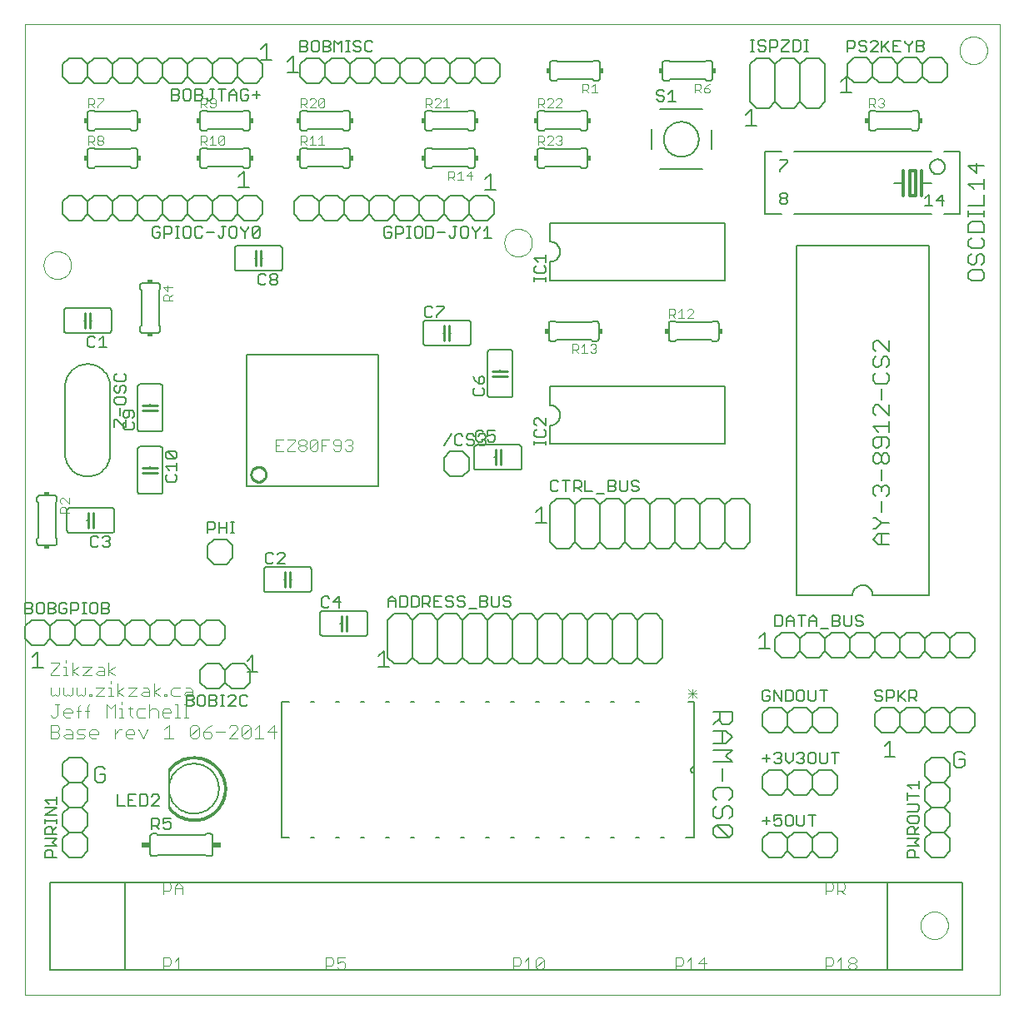
<source format=gto>
G75*
%MOIN*%
%OFA0B0*%
%FSLAX24Y24*%
%IPPOS*%
%LPD*%
%AMOC8*
5,1,8,0,0,1.08239X$1,22.5*
%
%ADD10C,0.0000*%
%ADD11C,0.0040*%
%ADD12C,0.0060*%
%ADD13C,0.0050*%
%ADD14C,0.0120*%
%ADD15C,0.0070*%
%ADD16C,0.0080*%
%ADD17R,0.0150X0.0200*%
%ADD18R,0.0200X0.0150*%
%ADD19C,0.0100*%
%ADD20C,0.0010*%
%ADD21R,0.0340X0.0240*%
%ADD22C,0.0030*%
D10*
X000330Y000180D02*
X000330Y039050D01*
X039322Y039050D01*
X039322Y000180D01*
X000330Y000180D01*
X001067Y029393D02*
X001069Y029440D01*
X001075Y029486D01*
X001085Y029532D01*
X001098Y029577D01*
X001116Y029620D01*
X001137Y029662D01*
X001161Y029702D01*
X001189Y029739D01*
X001220Y029774D01*
X001254Y029807D01*
X001290Y029836D01*
X001329Y029862D01*
X001370Y029885D01*
X001413Y029904D01*
X001457Y029920D01*
X001502Y029932D01*
X001548Y029940D01*
X001595Y029944D01*
X001641Y029944D01*
X001688Y029940D01*
X001734Y029932D01*
X001779Y029920D01*
X001823Y029904D01*
X001866Y029885D01*
X001907Y029862D01*
X001946Y029836D01*
X001982Y029807D01*
X002016Y029774D01*
X002047Y029739D01*
X002075Y029702D01*
X002099Y029662D01*
X002120Y029620D01*
X002138Y029577D01*
X002151Y029532D01*
X002161Y029486D01*
X002167Y029440D01*
X002169Y029393D01*
X002167Y029346D01*
X002161Y029300D01*
X002151Y029254D01*
X002138Y029209D01*
X002120Y029166D01*
X002099Y029124D01*
X002075Y029084D01*
X002047Y029047D01*
X002016Y029012D01*
X001982Y028979D01*
X001946Y028950D01*
X001907Y028924D01*
X001866Y028901D01*
X001823Y028882D01*
X001779Y028866D01*
X001734Y028854D01*
X001688Y028846D01*
X001641Y028842D01*
X001595Y028842D01*
X001548Y028846D01*
X001502Y028854D01*
X001457Y028866D01*
X001413Y028882D01*
X001370Y028901D01*
X001329Y028924D01*
X001290Y028950D01*
X001254Y028979D01*
X001220Y029012D01*
X001189Y029047D01*
X001161Y029084D01*
X001137Y029124D01*
X001116Y029166D01*
X001098Y029209D01*
X001085Y029254D01*
X001075Y029300D01*
X001069Y029346D01*
X001067Y029393D01*
X019504Y030293D02*
X019506Y030340D01*
X019512Y030386D01*
X019522Y030432D01*
X019535Y030477D01*
X019553Y030520D01*
X019574Y030562D01*
X019598Y030602D01*
X019626Y030639D01*
X019657Y030674D01*
X019691Y030707D01*
X019727Y030736D01*
X019766Y030762D01*
X019807Y030785D01*
X019850Y030804D01*
X019894Y030820D01*
X019939Y030832D01*
X019985Y030840D01*
X020032Y030844D01*
X020078Y030844D01*
X020125Y030840D01*
X020171Y030832D01*
X020216Y030820D01*
X020260Y030804D01*
X020303Y030785D01*
X020344Y030762D01*
X020383Y030736D01*
X020419Y030707D01*
X020453Y030674D01*
X020484Y030639D01*
X020512Y030602D01*
X020536Y030562D01*
X020557Y030520D01*
X020575Y030477D01*
X020588Y030432D01*
X020598Y030386D01*
X020604Y030340D01*
X020606Y030293D01*
X020604Y030246D01*
X020598Y030200D01*
X020588Y030154D01*
X020575Y030109D01*
X020557Y030066D01*
X020536Y030024D01*
X020512Y029984D01*
X020484Y029947D01*
X020453Y029912D01*
X020419Y029879D01*
X020383Y029850D01*
X020344Y029824D01*
X020303Y029801D01*
X020260Y029782D01*
X020216Y029766D01*
X020171Y029754D01*
X020125Y029746D01*
X020078Y029742D01*
X020032Y029742D01*
X019985Y029746D01*
X019939Y029754D01*
X019894Y029766D01*
X019850Y029782D01*
X019807Y029801D01*
X019766Y029824D01*
X019727Y029850D01*
X019691Y029879D01*
X019657Y029912D01*
X019626Y029947D01*
X019598Y029984D01*
X019574Y030024D01*
X019553Y030066D01*
X019535Y030109D01*
X019522Y030154D01*
X019512Y030200D01*
X019506Y030246D01*
X019504Y030293D01*
X037717Y037993D02*
X037719Y038040D01*
X037725Y038086D01*
X037735Y038132D01*
X037748Y038177D01*
X037766Y038220D01*
X037787Y038262D01*
X037811Y038302D01*
X037839Y038339D01*
X037870Y038374D01*
X037904Y038407D01*
X037940Y038436D01*
X037979Y038462D01*
X038020Y038485D01*
X038063Y038504D01*
X038107Y038520D01*
X038152Y038532D01*
X038198Y038540D01*
X038245Y038544D01*
X038291Y038544D01*
X038338Y038540D01*
X038384Y038532D01*
X038429Y038520D01*
X038473Y038504D01*
X038516Y038485D01*
X038557Y038462D01*
X038596Y038436D01*
X038632Y038407D01*
X038666Y038374D01*
X038697Y038339D01*
X038725Y038302D01*
X038749Y038262D01*
X038770Y038220D01*
X038788Y038177D01*
X038801Y038132D01*
X038811Y038086D01*
X038817Y038040D01*
X038819Y037993D01*
X038817Y037946D01*
X038811Y037900D01*
X038801Y037854D01*
X038788Y037809D01*
X038770Y037766D01*
X038749Y037724D01*
X038725Y037684D01*
X038697Y037647D01*
X038666Y037612D01*
X038632Y037579D01*
X038596Y037550D01*
X038557Y037524D01*
X038516Y037501D01*
X038473Y037482D01*
X038429Y037466D01*
X038384Y037454D01*
X038338Y037446D01*
X038291Y037442D01*
X038245Y037442D01*
X038198Y037446D01*
X038152Y037454D01*
X038107Y037466D01*
X038063Y037482D01*
X038020Y037501D01*
X037979Y037524D01*
X037940Y037550D01*
X037904Y037579D01*
X037870Y037612D01*
X037839Y037647D01*
X037811Y037684D01*
X037787Y037724D01*
X037766Y037766D01*
X037748Y037809D01*
X037735Y037854D01*
X037725Y037900D01*
X037719Y037946D01*
X037717Y037993D01*
X036154Y002955D02*
X036156Y003002D01*
X036162Y003048D01*
X036172Y003094D01*
X036185Y003139D01*
X036203Y003182D01*
X036224Y003224D01*
X036248Y003264D01*
X036276Y003301D01*
X036307Y003336D01*
X036341Y003369D01*
X036377Y003398D01*
X036416Y003424D01*
X036457Y003447D01*
X036500Y003466D01*
X036544Y003482D01*
X036589Y003494D01*
X036635Y003502D01*
X036682Y003506D01*
X036728Y003506D01*
X036775Y003502D01*
X036821Y003494D01*
X036866Y003482D01*
X036910Y003466D01*
X036953Y003447D01*
X036994Y003424D01*
X037033Y003398D01*
X037069Y003369D01*
X037103Y003336D01*
X037134Y003301D01*
X037162Y003264D01*
X037186Y003224D01*
X037207Y003182D01*
X037225Y003139D01*
X037238Y003094D01*
X037248Y003048D01*
X037254Y003002D01*
X037256Y002955D01*
X037254Y002908D01*
X037248Y002862D01*
X037238Y002816D01*
X037225Y002771D01*
X037207Y002728D01*
X037186Y002686D01*
X037162Y002646D01*
X037134Y002609D01*
X037103Y002574D01*
X037069Y002541D01*
X037033Y002512D01*
X036994Y002486D01*
X036953Y002463D01*
X036910Y002444D01*
X036866Y002428D01*
X036821Y002416D01*
X036775Y002408D01*
X036728Y002404D01*
X036682Y002404D01*
X036635Y002408D01*
X036589Y002416D01*
X036544Y002428D01*
X036500Y002444D01*
X036457Y002463D01*
X036416Y002486D01*
X036377Y002512D01*
X036341Y002541D01*
X036307Y002574D01*
X036276Y002609D01*
X036248Y002646D01*
X036224Y002686D01*
X036203Y002728D01*
X036185Y002771D01*
X036172Y002816D01*
X036162Y002862D01*
X036156Y002908D01*
X036154Y002955D01*
D11*
X033578Y001584D02*
X033578Y001507D01*
X033501Y001430D01*
X033348Y001430D01*
X033271Y001507D01*
X033271Y001584D01*
X033348Y001660D01*
X033501Y001660D01*
X033578Y001584D01*
X033501Y001430D02*
X033578Y001353D01*
X033578Y001277D01*
X033501Y001200D01*
X033348Y001200D01*
X033271Y001277D01*
X033271Y001353D01*
X033348Y001430D01*
X033117Y001200D02*
X032810Y001200D01*
X032964Y001200D02*
X032964Y001660D01*
X032810Y001507D01*
X032657Y001584D02*
X032657Y001430D01*
X032580Y001353D01*
X032350Y001353D01*
X032350Y001200D02*
X032350Y001660D01*
X032580Y001660D01*
X032657Y001584D01*
X032810Y004200D02*
X032810Y004660D01*
X033041Y004660D01*
X033117Y004584D01*
X033117Y004430D01*
X033041Y004353D01*
X032810Y004353D01*
X032964Y004353D02*
X033117Y004200D01*
X032657Y004430D02*
X032580Y004353D01*
X032350Y004353D01*
X032350Y004200D02*
X032350Y004660D01*
X032580Y004660D01*
X032657Y004584D01*
X032657Y004430D01*
X027501Y001660D02*
X027271Y001430D01*
X027578Y001430D01*
X027501Y001200D02*
X027501Y001660D01*
X026964Y001660D02*
X026964Y001200D01*
X027117Y001200D02*
X026810Y001200D01*
X026580Y001353D02*
X026350Y001353D01*
X026350Y001200D02*
X026350Y001660D01*
X026580Y001660D01*
X026657Y001584D01*
X026657Y001430D01*
X026580Y001353D01*
X026810Y001507D02*
X026964Y001660D01*
X021078Y001584D02*
X021078Y001277D01*
X021001Y001200D01*
X020848Y001200D01*
X020771Y001277D01*
X021078Y001584D01*
X021001Y001660D01*
X020848Y001660D01*
X020771Y001584D01*
X020771Y001277D01*
X020617Y001200D02*
X020310Y001200D01*
X020464Y001200D02*
X020464Y001660D01*
X020310Y001507D01*
X020157Y001584D02*
X020157Y001430D01*
X020080Y001353D01*
X019850Y001353D01*
X019850Y001200D02*
X019850Y001660D01*
X020080Y001660D01*
X020157Y001584D01*
X013117Y001660D02*
X012810Y001660D01*
X012810Y001430D01*
X012964Y001507D01*
X013041Y001507D01*
X013117Y001430D01*
X013117Y001277D01*
X013041Y001200D01*
X012887Y001200D01*
X012810Y001277D01*
X012657Y001430D02*
X012580Y001353D01*
X012350Y001353D01*
X012350Y001200D02*
X012350Y001660D01*
X012580Y001660D01*
X012657Y001584D01*
X012657Y001430D01*
X006617Y001200D02*
X006310Y001200D01*
X006464Y001200D02*
X006464Y001660D01*
X006310Y001507D01*
X006157Y001584D02*
X006157Y001430D01*
X006080Y001353D01*
X005850Y001353D01*
X005850Y001200D02*
X005850Y001660D01*
X006080Y001660D01*
X006157Y001584D01*
X006310Y004200D02*
X006310Y004507D01*
X006464Y004660D01*
X006617Y004507D01*
X006617Y004200D01*
X006617Y004430D02*
X006310Y004430D01*
X006157Y004430D02*
X006080Y004353D01*
X005850Y004353D01*
X005850Y004200D02*
X005850Y004660D01*
X006080Y004660D01*
X006157Y004584D01*
X006157Y004430D01*
X006078Y010450D02*
X006078Y010970D01*
X005905Y010797D01*
X005905Y010450D02*
X006252Y010450D01*
X006936Y010537D02*
X007283Y010884D01*
X007283Y010537D01*
X007196Y010450D01*
X007023Y010450D01*
X006936Y010537D01*
X006936Y010884D01*
X007023Y010970D01*
X007196Y010970D01*
X007283Y010884D01*
X007452Y010710D02*
X007712Y010710D01*
X007799Y010623D01*
X007799Y010537D01*
X007712Y010450D01*
X007538Y010450D01*
X007452Y010537D01*
X007452Y010710D01*
X007625Y010884D01*
X007799Y010970D01*
X007967Y010710D02*
X008314Y010710D01*
X008483Y010884D02*
X008570Y010970D01*
X008743Y010970D01*
X008830Y010884D01*
X008830Y010797D01*
X008483Y010450D01*
X008830Y010450D01*
X008999Y010537D02*
X009346Y010884D01*
X009346Y010537D01*
X009259Y010450D01*
X009085Y010450D01*
X008999Y010537D01*
X008999Y010884D01*
X009085Y010970D01*
X009259Y010970D01*
X009346Y010884D01*
X009514Y010797D02*
X009688Y010970D01*
X009688Y010450D01*
X009861Y010450D02*
X009514Y010450D01*
X010030Y010710D02*
X010377Y010710D01*
X010290Y010450D02*
X010290Y010970D01*
X010030Y010710D01*
X006852Y011290D02*
X006678Y011290D01*
X006765Y011290D02*
X006765Y011810D01*
X006678Y011810D01*
X006421Y011810D02*
X006421Y011290D01*
X006335Y011290D02*
X006508Y011290D01*
X006166Y011463D02*
X005819Y011463D01*
X005819Y011377D02*
X005819Y011550D01*
X005906Y011637D01*
X006079Y011637D01*
X006166Y011550D01*
X006166Y011463D01*
X006079Y011290D02*
X005906Y011290D01*
X005819Y011377D01*
X005650Y011290D02*
X005650Y011550D01*
X005563Y011637D01*
X005390Y011637D01*
X005303Y011550D01*
X005135Y011637D02*
X004874Y011637D01*
X004788Y011550D01*
X004788Y011377D01*
X004874Y011290D01*
X005135Y011290D01*
X005303Y011290D02*
X005303Y011810D01*
X005306Y012130D02*
X005046Y012130D01*
X004959Y012217D01*
X005046Y012303D01*
X005306Y012303D01*
X005306Y012390D02*
X005306Y012130D01*
X005475Y012130D02*
X005475Y012650D01*
X005220Y012477D02*
X005046Y012477D01*
X005220Y012477D02*
X005306Y012390D01*
X005475Y012303D02*
X005735Y012477D01*
X005905Y012217D02*
X005992Y012217D01*
X005992Y012130D01*
X005905Y012130D01*
X005905Y012217D01*
X005735Y012130D02*
X005475Y012303D01*
X004791Y012130D02*
X004444Y012130D01*
X004791Y012477D01*
X004444Y012477D01*
X004274Y012477D02*
X004014Y012303D01*
X004274Y012130D01*
X004187Y011897D02*
X004187Y011810D01*
X004187Y011637D02*
X004187Y011290D01*
X004100Y011290D02*
X004274Y011290D01*
X004531Y011377D02*
X004531Y011724D01*
X004617Y011637D02*
X004444Y011637D01*
X004187Y011637D02*
X004100Y011637D01*
X003931Y011810D02*
X003931Y011290D01*
X003584Y011290D02*
X003584Y011810D01*
X003758Y011637D01*
X003931Y011810D01*
X004014Y012130D02*
X004014Y012650D01*
X003757Y012650D02*
X003757Y012737D01*
X003670Y012970D02*
X003670Y013490D01*
X003415Y013317D02*
X003502Y013230D01*
X003502Y012970D01*
X003241Y012970D01*
X003155Y013057D01*
X003241Y013143D01*
X003502Y013143D01*
X003670Y013143D02*
X003931Y012970D01*
X003670Y013143D02*
X003931Y013317D01*
X003415Y013317D02*
X003241Y013317D01*
X002986Y013317D02*
X002639Y012970D01*
X002986Y012970D01*
X002986Y013317D02*
X002639Y013317D01*
X002470Y013317D02*
X002209Y013143D01*
X002470Y012970D01*
X002209Y012970D02*
X002209Y013490D01*
X001952Y013490D02*
X001952Y013577D01*
X001952Y013317D02*
X001952Y012970D01*
X001866Y012970D02*
X002039Y012970D01*
X001697Y012970D02*
X001350Y012970D01*
X001350Y013057D01*
X001697Y013404D01*
X001697Y013490D01*
X001350Y013490D01*
X001866Y013317D02*
X001952Y013317D01*
X001866Y012477D02*
X001866Y012217D01*
X001952Y012130D01*
X002039Y012217D01*
X002126Y012130D01*
X002213Y012217D01*
X002213Y012477D01*
X002381Y012477D02*
X002381Y012217D01*
X002468Y012130D01*
X002555Y012217D01*
X002642Y012130D01*
X002728Y012217D01*
X002728Y012477D01*
X002897Y012217D02*
X002897Y012130D01*
X002984Y012130D01*
X002984Y012217D01*
X002897Y012217D01*
X003155Y012130D02*
X003502Y012130D01*
X003670Y012130D02*
X003844Y012130D01*
X003757Y012130D02*
X003757Y012477D01*
X003670Y012477D01*
X003502Y012477D02*
X003155Y012130D01*
X003155Y012477D02*
X003502Y012477D01*
X002899Y011810D02*
X002812Y011724D01*
X002812Y011290D01*
X002725Y011550D02*
X002899Y011550D01*
X002555Y011550D02*
X002381Y011550D01*
X002213Y011550D02*
X002213Y011463D01*
X001866Y011463D01*
X001866Y011377D02*
X001866Y011550D01*
X001952Y011637D01*
X002126Y011637D01*
X002213Y011550D01*
X002126Y011290D02*
X001952Y011290D01*
X001866Y011377D01*
X001610Y011377D02*
X001610Y011810D01*
X001523Y011810D02*
X001697Y011810D01*
X001610Y012130D02*
X001697Y012217D01*
X001697Y012477D01*
X001523Y012217D02*
X001437Y012130D01*
X001350Y012217D01*
X001350Y012477D01*
X001523Y012217D02*
X001610Y012130D01*
X001610Y011377D02*
X001523Y011290D01*
X001437Y011290D01*
X001350Y011377D01*
X001350Y010970D02*
X001610Y010970D01*
X001697Y010884D01*
X001697Y010797D01*
X001610Y010710D01*
X001350Y010710D01*
X001350Y010450D02*
X001350Y010970D01*
X001610Y010710D02*
X001697Y010623D01*
X001697Y010537D01*
X001610Y010450D01*
X001350Y010450D01*
X001866Y010537D02*
X001952Y010623D01*
X002213Y010623D01*
X002213Y010710D02*
X002213Y010450D01*
X001952Y010450D01*
X001866Y010537D01*
X001952Y010797D02*
X002126Y010797D01*
X002213Y010710D01*
X002381Y010710D02*
X002468Y010623D01*
X002642Y010623D01*
X002728Y010537D01*
X002642Y010450D01*
X002381Y010450D01*
X002381Y010710D02*
X002468Y010797D01*
X002728Y010797D01*
X002897Y010710D02*
X002897Y010537D01*
X002984Y010450D01*
X003157Y010450D01*
X003244Y010623D02*
X002897Y010623D01*
X002897Y010710D02*
X002984Y010797D01*
X003157Y010797D01*
X003244Y010710D01*
X003244Y010623D01*
X003928Y010623D02*
X004102Y010797D01*
X004188Y010797D01*
X004358Y010710D02*
X004358Y010537D01*
X004445Y010450D01*
X004618Y010450D01*
X004705Y010623D02*
X004358Y010623D01*
X004358Y010710D02*
X004445Y010797D01*
X004618Y010797D01*
X004705Y010710D01*
X004705Y010623D01*
X004874Y010797D02*
X005047Y010450D01*
X005221Y010797D01*
X004617Y011290D02*
X004531Y011377D01*
X003928Y010797D02*
X003928Y010450D01*
X002468Y011290D02*
X002468Y011724D01*
X002555Y011810D01*
X006163Y012217D02*
X006249Y012130D01*
X006510Y012130D01*
X006678Y012217D02*
X006765Y012303D01*
X007025Y012303D01*
X007025Y012390D02*
X007025Y012130D01*
X006765Y012130D01*
X006678Y012217D01*
X006765Y012477D02*
X006938Y012477D01*
X007025Y012390D01*
X006510Y012477D02*
X006249Y012477D01*
X006163Y012390D01*
X006163Y012217D01*
X006335Y011810D02*
X006421Y011810D01*
X002085Y019482D02*
X001735Y019482D01*
X001735Y019657D01*
X001793Y019715D01*
X001910Y019715D01*
X001968Y019657D01*
X001968Y019482D01*
X001968Y019599D02*
X002085Y019715D01*
X002085Y019841D02*
X001851Y020074D01*
X001793Y020074D01*
X001735Y020016D01*
X001735Y019899D01*
X001793Y019841D01*
X002085Y019841D02*
X002085Y020074D01*
X005860Y027982D02*
X005860Y028157D01*
X005918Y028215D01*
X006035Y028215D01*
X006093Y028157D01*
X006093Y027982D01*
X006093Y028099D02*
X006210Y028215D01*
X006035Y028341D02*
X005860Y028516D01*
X006210Y028516D01*
X006035Y028574D02*
X006035Y028341D01*
X006210Y027982D02*
X005860Y027982D01*
X007350Y034210D02*
X007350Y034560D01*
X007525Y034560D01*
X007584Y034502D01*
X007584Y034385D01*
X007525Y034327D01*
X007350Y034327D01*
X007467Y034327D02*
X007584Y034210D01*
X007709Y034210D02*
X007943Y034210D01*
X007826Y034210D02*
X007826Y034560D01*
X007709Y034444D01*
X008068Y034502D02*
X008127Y034560D01*
X008243Y034560D01*
X008302Y034502D01*
X008068Y034268D01*
X008127Y034210D01*
X008243Y034210D01*
X008302Y034268D01*
X008302Y034502D01*
X008068Y034502D02*
X008068Y034268D01*
X007884Y035710D02*
X007943Y035768D01*
X007943Y036002D01*
X007884Y036060D01*
X007767Y036060D01*
X007709Y036002D01*
X007709Y035944D01*
X007767Y035885D01*
X007943Y035885D01*
X007884Y035710D02*
X007767Y035710D01*
X007709Y035768D01*
X007584Y035710D02*
X007467Y035827D01*
X007525Y035827D02*
X007350Y035827D01*
X007350Y035710D02*
X007350Y036060D01*
X007525Y036060D01*
X007584Y036002D01*
X007584Y035885D01*
X007525Y035827D01*
X011350Y035827D02*
X011525Y035827D01*
X011584Y035885D01*
X011584Y036002D01*
X011525Y036060D01*
X011350Y036060D01*
X011350Y035710D01*
X011467Y035827D02*
X011584Y035710D01*
X011709Y035710D02*
X011943Y035944D01*
X011943Y036002D01*
X011884Y036060D01*
X011767Y036060D01*
X011709Y036002D01*
X011709Y035710D02*
X011943Y035710D01*
X012068Y035768D02*
X012302Y036002D01*
X012302Y035768D01*
X012243Y035710D01*
X012127Y035710D01*
X012068Y035768D01*
X012068Y036002D01*
X012127Y036060D01*
X012243Y036060D01*
X012302Y036002D01*
X012185Y034560D02*
X012185Y034210D01*
X012068Y034210D02*
X012302Y034210D01*
X012068Y034444D02*
X012185Y034560D01*
X011826Y034560D02*
X011826Y034210D01*
X011709Y034210D02*
X011943Y034210D01*
X011709Y034444D02*
X011826Y034560D01*
X011584Y034502D02*
X011584Y034385D01*
X011525Y034327D01*
X011350Y034327D01*
X011467Y034327D02*
X011584Y034210D01*
X011350Y034210D02*
X011350Y034560D01*
X011525Y034560D01*
X011584Y034502D01*
X016350Y035710D02*
X016350Y036060D01*
X016525Y036060D01*
X016584Y036002D01*
X016584Y035885D01*
X016525Y035827D01*
X016350Y035827D01*
X016467Y035827D02*
X016584Y035710D01*
X016709Y035710D02*
X016943Y035944D01*
X016943Y036002D01*
X016884Y036060D01*
X016767Y036060D01*
X016709Y036002D01*
X016709Y035710D02*
X016943Y035710D01*
X017068Y035710D02*
X017302Y035710D01*
X017185Y035710D02*
X017185Y036060D01*
X017068Y035944D01*
X017273Y033150D02*
X017448Y033150D01*
X017506Y033092D01*
X017506Y032975D01*
X017448Y032917D01*
X017273Y032917D01*
X017389Y032917D02*
X017506Y032800D01*
X017632Y032800D02*
X017865Y032800D01*
X017749Y032800D02*
X017749Y033150D01*
X017632Y033034D01*
X017991Y032975D02*
X018166Y033150D01*
X018166Y032800D01*
X018224Y032975D02*
X017991Y032975D01*
X017273Y032800D02*
X017273Y033150D01*
X020850Y034210D02*
X020850Y034560D01*
X021025Y034560D01*
X021084Y034502D01*
X021084Y034385D01*
X021025Y034327D01*
X020850Y034327D01*
X020967Y034327D02*
X021084Y034210D01*
X021209Y034210D02*
X021443Y034444D01*
X021443Y034502D01*
X021384Y034560D01*
X021267Y034560D01*
X021209Y034502D01*
X021209Y034210D02*
X021443Y034210D01*
X021568Y034268D02*
X021627Y034210D01*
X021743Y034210D01*
X021802Y034268D01*
X021802Y034327D01*
X021743Y034385D01*
X021685Y034385D01*
X021743Y034385D02*
X021802Y034444D01*
X021802Y034502D01*
X021743Y034560D01*
X021627Y034560D01*
X021568Y034502D01*
X021568Y035710D02*
X021802Y035944D01*
X021802Y036002D01*
X021743Y036060D01*
X021627Y036060D01*
X021568Y036002D01*
X021443Y036002D02*
X021384Y036060D01*
X021267Y036060D01*
X021209Y036002D01*
X021084Y036002D02*
X021084Y035885D01*
X021025Y035827D01*
X020850Y035827D01*
X020967Y035827D02*
X021084Y035710D01*
X021209Y035710D02*
X021443Y035944D01*
X021443Y036002D01*
X021443Y035710D02*
X021209Y035710D01*
X021084Y036002D02*
X021025Y036060D01*
X020850Y036060D01*
X020850Y035710D01*
X021568Y035710D02*
X021802Y035710D01*
X022632Y036300D02*
X022632Y036650D01*
X022807Y036650D01*
X022865Y036592D01*
X022865Y036475D01*
X022807Y036417D01*
X022632Y036417D01*
X022749Y036417D02*
X022865Y036300D01*
X022991Y036300D02*
X023224Y036300D01*
X023108Y036300D02*
X023108Y036650D01*
X022991Y036534D01*
X027132Y036650D02*
X027132Y036300D01*
X027132Y036417D02*
X027307Y036417D01*
X027365Y036475D01*
X027365Y036592D01*
X027307Y036650D01*
X027132Y036650D01*
X027249Y036417D02*
X027365Y036300D01*
X027491Y036358D02*
X027549Y036300D01*
X027666Y036300D01*
X027724Y036358D01*
X027724Y036417D01*
X027666Y036475D01*
X027491Y036475D01*
X027491Y036358D01*
X027491Y036475D02*
X027608Y036592D01*
X027724Y036650D01*
X034100Y036060D02*
X034100Y035710D01*
X034100Y035827D02*
X034275Y035827D01*
X034334Y035885D01*
X034334Y036002D01*
X034275Y036060D01*
X034100Y036060D01*
X034217Y035827D02*
X034334Y035710D01*
X034459Y035768D02*
X034517Y035710D01*
X034634Y035710D01*
X034693Y035768D01*
X034693Y035827D01*
X034634Y035885D01*
X034576Y035885D01*
X034634Y035885D02*
X034693Y035944D01*
X034693Y036002D01*
X034634Y036060D01*
X034517Y036060D01*
X034459Y036002D01*
X026993Y027635D02*
X026877Y027635D01*
X026818Y027577D01*
X026993Y027635D02*
X027052Y027577D01*
X027052Y027519D01*
X026818Y027285D01*
X027052Y027285D01*
X026693Y027285D02*
X026459Y027285D01*
X026576Y027285D02*
X026576Y027635D01*
X026459Y027519D01*
X026334Y027577D02*
X026334Y027460D01*
X026275Y027402D01*
X026100Y027402D01*
X026217Y027402D02*
X026334Y027285D01*
X026100Y027285D02*
X026100Y027635D01*
X026275Y027635D01*
X026334Y027577D01*
X023174Y026167D02*
X023174Y026109D01*
X023116Y026050D01*
X023174Y025992D01*
X023174Y025933D01*
X023116Y025875D01*
X022999Y025875D01*
X022941Y025933D01*
X022815Y025875D02*
X022582Y025875D01*
X022699Y025875D02*
X022699Y026225D01*
X022582Y026109D01*
X022456Y026167D02*
X022456Y026050D01*
X022398Y025992D01*
X022223Y025992D01*
X022339Y025992D02*
X022456Y025875D01*
X022223Y025875D02*
X022223Y026225D01*
X022398Y026225D01*
X022456Y026167D01*
X022941Y026167D02*
X022999Y026225D01*
X023116Y026225D01*
X023174Y026167D01*
X023116Y026050D02*
X023058Y026050D01*
X013419Y022334D02*
X013419Y022257D01*
X013343Y022180D01*
X013419Y022103D01*
X013419Y022027D01*
X013343Y021950D01*
X013189Y021950D01*
X013112Y022027D01*
X012959Y022027D02*
X012959Y022334D01*
X012882Y022410D01*
X012729Y022410D01*
X012652Y022334D01*
X012652Y022257D01*
X012729Y022180D01*
X012959Y022180D01*
X012959Y022027D02*
X012882Y021950D01*
X012729Y021950D01*
X012652Y022027D01*
X012345Y022180D02*
X012192Y022180D01*
X012038Y022334D02*
X012038Y022027D01*
X011961Y021950D01*
X011808Y021950D01*
X011731Y022027D01*
X012038Y022334D01*
X011961Y022410D01*
X011808Y022410D01*
X011731Y022334D01*
X011731Y022027D01*
X011578Y022027D02*
X011501Y021950D01*
X011348Y021950D01*
X011271Y022027D01*
X011271Y022103D01*
X011348Y022180D01*
X011501Y022180D01*
X011578Y022103D01*
X011578Y022027D01*
X011501Y022180D02*
X011578Y022257D01*
X011578Y022334D01*
X011501Y022410D01*
X011348Y022410D01*
X011271Y022334D01*
X011271Y022257D01*
X011348Y022180D01*
X011117Y022334D02*
X010810Y022027D01*
X010810Y021950D01*
X011117Y021950D01*
X011117Y022334D02*
X011117Y022410D01*
X010810Y022410D01*
X010657Y022410D02*
X010350Y022410D01*
X010350Y021950D01*
X010657Y021950D01*
X010503Y022180D02*
X010350Y022180D01*
X012192Y021950D02*
X012192Y022410D01*
X012498Y022410D01*
X013112Y022334D02*
X013189Y022410D01*
X013343Y022410D01*
X013419Y022334D01*
X013343Y022180D02*
X013266Y022180D01*
X003384Y034210D02*
X003267Y034210D01*
X003209Y034268D01*
X003209Y034327D01*
X003267Y034385D01*
X003384Y034385D01*
X003443Y034327D01*
X003443Y034268D01*
X003384Y034210D01*
X003384Y034385D02*
X003443Y034444D01*
X003443Y034502D01*
X003384Y034560D01*
X003267Y034560D01*
X003209Y034502D01*
X003209Y034444D01*
X003267Y034385D01*
X003084Y034385D02*
X003025Y034327D01*
X002850Y034327D01*
X002967Y034327D02*
X003084Y034210D01*
X003084Y034385D02*
X003084Y034502D01*
X003025Y034560D01*
X002850Y034560D01*
X002850Y034210D01*
X002850Y035710D02*
X002850Y036060D01*
X003025Y036060D01*
X003084Y036002D01*
X003084Y035885D01*
X003025Y035827D01*
X002850Y035827D01*
X002967Y035827D02*
X003084Y035710D01*
X003209Y035710D02*
X003209Y035768D01*
X003443Y036002D01*
X003443Y036060D01*
X003209Y036060D01*
D12*
X003080Y035580D02*
X003130Y035530D01*
X004530Y035530D01*
X004580Y035580D01*
X004730Y035580D01*
X004747Y035578D01*
X004764Y035574D01*
X004780Y035567D01*
X004794Y035557D01*
X004807Y035544D01*
X004817Y035530D01*
X004824Y035514D01*
X004828Y035497D01*
X004830Y035480D01*
X004830Y034880D01*
X004828Y034863D01*
X004824Y034846D01*
X004817Y034830D01*
X004807Y034816D01*
X004794Y034803D01*
X004780Y034793D01*
X004764Y034786D01*
X004747Y034782D01*
X004730Y034780D01*
X004580Y034780D01*
X004530Y034830D01*
X003130Y034830D01*
X003080Y034780D01*
X002930Y034780D01*
X002913Y034782D01*
X002896Y034786D01*
X002880Y034793D01*
X002866Y034803D01*
X002853Y034816D01*
X002843Y034830D01*
X002836Y034846D01*
X002832Y034863D01*
X002830Y034880D01*
X002830Y035480D01*
X002832Y035497D01*
X002836Y035514D01*
X002843Y035530D01*
X002853Y035544D01*
X002866Y035557D01*
X002880Y035567D01*
X002896Y035574D01*
X002913Y035578D01*
X002930Y035580D01*
X003080Y035580D01*
X003080Y036680D02*
X002830Y036930D01*
X002580Y036680D01*
X002080Y036680D01*
X001830Y036930D01*
X001830Y037430D01*
X002080Y037680D01*
X002580Y037680D01*
X002830Y037430D01*
X003080Y037680D01*
X003580Y037680D01*
X003830Y037430D01*
X004080Y037680D01*
X004580Y037680D01*
X004830Y037430D01*
X005080Y037680D01*
X005580Y037680D01*
X005830Y037430D01*
X006080Y037680D01*
X006580Y037680D01*
X006830Y037430D01*
X007080Y037680D01*
X007580Y037680D01*
X007830Y037430D01*
X008080Y037680D01*
X008580Y037680D01*
X008830Y037430D01*
X009080Y037680D01*
X009580Y037680D01*
X009830Y037430D01*
X009830Y036930D01*
X009580Y036680D01*
X009080Y036680D01*
X008830Y036930D01*
X008580Y036680D01*
X008080Y036680D01*
X007830Y036930D01*
X007830Y037430D01*
X007830Y036930D02*
X007580Y036680D01*
X007080Y036680D01*
X006830Y036930D01*
X006580Y036680D01*
X006080Y036680D01*
X005830Y036930D01*
X005580Y036680D01*
X005080Y036680D01*
X004830Y036930D01*
X004830Y037430D01*
X004830Y036930D02*
X004580Y036680D01*
X004080Y036680D01*
X003830Y036930D01*
X003580Y036680D01*
X003080Y036680D01*
X002830Y036930D02*
X002830Y037430D01*
X003830Y037430D02*
X003830Y036930D01*
X005830Y036930D02*
X005830Y037430D01*
X006830Y037430D02*
X006830Y036930D01*
X007430Y035580D02*
X007580Y035580D01*
X007630Y035530D01*
X009030Y035530D01*
X009080Y035580D01*
X009230Y035580D01*
X009247Y035578D01*
X009264Y035574D01*
X009280Y035567D01*
X009294Y035557D01*
X009307Y035544D01*
X009317Y035530D01*
X009324Y035514D01*
X009328Y035497D01*
X009330Y035480D01*
X009330Y034880D01*
X009328Y034863D01*
X009324Y034846D01*
X009317Y034830D01*
X009307Y034816D01*
X009294Y034803D01*
X009280Y034793D01*
X009264Y034786D01*
X009247Y034782D01*
X009230Y034780D01*
X009080Y034780D01*
X009030Y034830D01*
X007630Y034830D01*
X007580Y034780D01*
X007430Y034780D01*
X007413Y034782D01*
X007396Y034786D01*
X007380Y034793D01*
X007366Y034803D01*
X007353Y034816D01*
X007343Y034830D01*
X007336Y034846D01*
X007332Y034863D01*
X007330Y034880D01*
X007330Y035480D01*
X007332Y035497D01*
X007336Y035514D01*
X007343Y035530D01*
X007353Y035544D01*
X007366Y035557D01*
X007380Y035567D01*
X007396Y035574D01*
X007413Y035578D01*
X007430Y035580D01*
X007430Y034080D02*
X007580Y034080D01*
X007630Y034030D01*
X009030Y034030D01*
X009080Y034080D01*
X009230Y034080D01*
X009247Y034078D01*
X009264Y034074D01*
X009280Y034067D01*
X009294Y034057D01*
X009307Y034044D01*
X009317Y034030D01*
X009324Y034014D01*
X009328Y033997D01*
X009330Y033980D01*
X009330Y033380D01*
X009328Y033363D01*
X009324Y033346D01*
X009317Y033330D01*
X009307Y033316D01*
X009294Y033303D01*
X009280Y033293D01*
X009264Y033286D01*
X009247Y033282D01*
X009230Y033280D01*
X009080Y033280D01*
X009030Y033330D01*
X007630Y033330D01*
X007580Y033280D01*
X007430Y033280D01*
X007413Y033282D01*
X007396Y033286D01*
X007380Y033293D01*
X007366Y033303D01*
X007353Y033316D01*
X007343Y033330D01*
X007336Y033346D01*
X007332Y033363D01*
X007330Y033380D01*
X007330Y033980D01*
X007332Y033997D01*
X007336Y034014D01*
X007343Y034030D01*
X007353Y034044D01*
X007366Y034057D01*
X007380Y034067D01*
X007396Y034074D01*
X007413Y034078D01*
X007430Y034080D01*
X008873Y032925D02*
X009086Y033138D01*
X009086Y032498D01*
X008873Y032498D02*
X009300Y032498D01*
X009080Y032180D02*
X009580Y032180D01*
X009830Y031930D01*
X009830Y031430D01*
X009580Y031180D01*
X009080Y031180D01*
X008830Y031430D01*
X008580Y031180D01*
X008080Y031180D01*
X007830Y031430D01*
X007830Y031930D01*
X008080Y032180D01*
X008580Y032180D01*
X008830Y031930D01*
X009080Y032180D01*
X008830Y031930D02*
X008830Y031430D01*
X007830Y031430D02*
X007580Y031180D01*
X007080Y031180D01*
X006830Y031430D01*
X006580Y031180D01*
X006080Y031180D01*
X005830Y031430D01*
X005580Y031180D01*
X005080Y031180D01*
X004830Y031430D01*
X004830Y031930D01*
X005080Y032180D01*
X005580Y032180D01*
X005830Y031930D01*
X006080Y032180D01*
X006580Y032180D01*
X006830Y031930D01*
X007080Y032180D01*
X007580Y032180D01*
X007830Y031930D01*
X006830Y031930D02*
X006830Y031430D01*
X005830Y031430D02*
X005830Y031930D01*
X004830Y031930D02*
X004580Y032180D01*
X004080Y032180D01*
X003830Y031930D01*
X003580Y032180D01*
X003080Y032180D01*
X002830Y031930D01*
X002580Y032180D01*
X002080Y032180D01*
X001830Y031930D01*
X001830Y031430D01*
X002080Y031180D01*
X002580Y031180D01*
X002830Y031430D01*
X002830Y031930D01*
X002830Y031430D02*
X003080Y031180D01*
X003580Y031180D01*
X003830Y031430D01*
X003830Y031930D01*
X003830Y031430D02*
X004080Y031180D01*
X004580Y031180D01*
X004830Y031430D01*
X004730Y033280D02*
X004580Y033280D01*
X004530Y033330D01*
X003130Y033330D01*
X003080Y033280D01*
X002930Y033280D01*
X002913Y033282D01*
X002896Y033286D01*
X002880Y033293D01*
X002866Y033303D01*
X002853Y033316D01*
X002843Y033330D01*
X002836Y033346D01*
X002832Y033363D01*
X002830Y033380D01*
X002830Y033980D01*
X002832Y033997D01*
X002836Y034014D01*
X002843Y034030D01*
X002853Y034044D01*
X002866Y034057D01*
X002880Y034067D01*
X002896Y034074D01*
X002913Y034078D01*
X002930Y034080D01*
X003080Y034080D01*
X003130Y034030D01*
X004530Y034030D01*
X004580Y034080D01*
X004730Y034080D01*
X004747Y034078D01*
X004764Y034074D01*
X004780Y034067D01*
X004794Y034057D01*
X004807Y034044D01*
X004817Y034030D01*
X004824Y034014D01*
X004828Y033997D01*
X004830Y033980D01*
X004830Y033380D01*
X004828Y033363D01*
X004824Y033346D01*
X004817Y033330D01*
X004807Y033316D01*
X004794Y033303D01*
X004780Y033293D01*
X004764Y033286D01*
X004747Y033282D01*
X004730Y033280D01*
X008718Y030068D02*
X008718Y029268D01*
X008720Y029251D01*
X008724Y029234D01*
X008731Y029218D01*
X008741Y029204D01*
X008754Y029191D01*
X008768Y029181D01*
X008784Y029174D01*
X008801Y029170D01*
X008818Y029168D01*
X010518Y029168D01*
X010535Y029170D01*
X010552Y029174D01*
X010568Y029181D01*
X010582Y029191D01*
X010595Y029204D01*
X010605Y029218D01*
X010612Y029234D01*
X010616Y029251D01*
X010618Y029268D01*
X010618Y030068D01*
X010616Y030085D01*
X010612Y030102D01*
X010605Y030118D01*
X010595Y030132D01*
X010582Y030145D01*
X010568Y030155D01*
X010552Y030162D01*
X010535Y030166D01*
X010518Y030168D01*
X008818Y030168D01*
X008801Y030166D01*
X008784Y030162D01*
X008768Y030155D01*
X008754Y030145D01*
X008741Y030132D01*
X008731Y030118D01*
X008724Y030102D01*
X008720Y030085D01*
X008718Y030068D01*
X009518Y029668D02*
X009568Y029668D01*
X009768Y029668D02*
X009818Y029668D01*
X011330Y031180D02*
X011080Y031430D01*
X011080Y031930D01*
X011330Y032180D01*
X011830Y032180D01*
X012080Y031930D01*
X012330Y032180D01*
X012830Y032180D01*
X013080Y031930D01*
X013330Y032180D01*
X013830Y032180D01*
X014080Y031930D01*
X014330Y032180D01*
X014830Y032180D01*
X015080Y031930D01*
X015330Y032180D01*
X015830Y032180D01*
X016080Y031930D01*
X016330Y032180D01*
X016830Y032180D01*
X017080Y031930D01*
X017330Y032180D01*
X017830Y032180D01*
X018080Y031930D01*
X018330Y032180D01*
X018830Y032180D01*
X019080Y031930D01*
X019080Y031430D01*
X018830Y031180D01*
X018330Y031180D01*
X018080Y031430D01*
X017830Y031180D01*
X017330Y031180D01*
X017080Y031430D01*
X017080Y031930D01*
X017080Y031430D02*
X016830Y031180D01*
X016330Y031180D01*
X016080Y031430D01*
X015830Y031180D01*
X015330Y031180D01*
X015080Y031430D01*
X014830Y031180D01*
X014330Y031180D01*
X014080Y031430D01*
X014080Y031930D01*
X014080Y031430D02*
X013830Y031180D01*
X013330Y031180D01*
X013080Y031430D01*
X012830Y031180D01*
X012330Y031180D01*
X012080Y031430D01*
X011830Y031180D01*
X011330Y031180D01*
X012080Y031430D02*
X012080Y031930D01*
X013080Y031930D02*
X013080Y031430D01*
X013080Y033280D02*
X013030Y033330D01*
X011630Y033330D01*
X011580Y033280D01*
X011430Y033280D01*
X011413Y033282D01*
X011396Y033286D01*
X011380Y033293D01*
X011366Y033303D01*
X011353Y033316D01*
X011343Y033330D01*
X011336Y033346D01*
X011332Y033363D01*
X011330Y033380D01*
X011330Y033980D01*
X011332Y033997D01*
X011336Y034014D01*
X011343Y034030D01*
X011353Y034044D01*
X011366Y034057D01*
X011380Y034067D01*
X011396Y034074D01*
X011413Y034078D01*
X011430Y034080D01*
X011580Y034080D01*
X011630Y034030D01*
X013030Y034030D01*
X013080Y034080D01*
X013230Y034080D01*
X013247Y034078D01*
X013264Y034074D01*
X013280Y034067D01*
X013294Y034057D01*
X013307Y034044D01*
X013317Y034030D01*
X013324Y034014D01*
X013328Y033997D01*
X013330Y033980D01*
X013330Y033380D01*
X013328Y033363D01*
X013324Y033346D01*
X013317Y033330D01*
X013307Y033316D01*
X013294Y033303D01*
X013280Y033293D01*
X013264Y033286D01*
X013247Y033282D01*
X013230Y033280D01*
X013080Y033280D01*
X013080Y034780D02*
X013030Y034830D01*
X011630Y034830D01*
X011580Y034780D01*
X011430Y034780D01*
X011413Y034782D01*
X011396Y034786D01*
X011380Y034793D01*
X011366Y034803D01*
X011353Y034816D01*
X011343Y034830D01*
X011336Y034846D01*
X011332Y034863D01*
X011330Y034880D01*
X011330Y035480D01*
X011332Y035497D01*
X011336Y035514D01*
X011343Y035530D01*
X011353Y035544D01*
X011366Y035557D01*
X011380Y035567D01*
X011396Y035574D01*
X011413Y035578D01*
X011430Y035580D01*
X011580Y035580D01*
X011630Y035530D01*
X013030Y035530D01*
X013080Y035580D01*
X013230Y035580D01*
X013247Y035578D01*
X013264Y035574D01*
X013280Y035567D01*
X013294Y035557D01*
X013307Y035544D01*
X013317Y035530D01*
X013324Y035514D01*
X013328Y035497D01*
X013330Y035480D01*
X013330Y034880D01*
X013328Y034863D01*
X013324Y034846D01*
X013317Y034830D01*
X013307Y034816D01*
X013294Y034803D01*
X013280Y034793D01*
X013264Y034786D01*
X013247Y034782D01*
X013230Y034780D01*
X013080Y034780D01*
X013080Y036680D02*
X012580Y036680D01*
X012330Y036930D01*
X012080Y036680D01*
X011580Y036680D01*
X011330Y036930D01*
X011330Y037430D01*
X011580Y037680D01*
X012080Y037680D01*
X012330Y037430D01*
X012580Y037680D01*
X013080Y037680D01*
X013330Y037430D01*
X013330Y036930D01*
X013080Y036680D01*
X013330Y036930D02*
X013580Y036680D01*
X014080Y036680D01*
X014330Y036930D01*
X014580Y036680D01*
X015080Y036680D01*
X015330Y036930D01*
X015580Y036680D01*
X016080Y036680D01*
X016330Y036930D01*
X016330Y037430D01*
X016080Y037680D01*
X015580Y037680D01*
X015330Y037430D01*
X015330Y036930D01*
X015330Y037430D02*
X015080Y037680D01*
X014580Y037680D01*
X014330Y037430D01*
X014330Y036930D01*
X014330Y037430D02*
X014080Y037680D01*
X013580Y037680D01*
X013330Y037430D01*
X012330Y037430D02*
X012330Y036930D01*
X011262Y037123D02*
X010835Y037123D01*
X011049Y037123D02*
X011049Y037763D01*
X010835Y037550D01*
X010200Y037623D02*
X009773Y037623D01*
X009986Y037623D02*
X009986Y038263D01*
X009773Y038050D01*
X008830Y037430D02*
X008830Y036930D01*
X015080Y031930D02*
X015080Y031430D01*
X016080Y031430D02*
X016080Y031930D01*
X016430Y033280D02*
X016580Y033280D01*
X016630Y033330D01*
X018030Y033330D01*
X018080Y033280D01*
X018230Y033280D01*
X018247Y033282D01*
X018264Y033286D01*
X018280Y033293D01*
X018294Y033303D01*
X018307Y033316D01*
X018317Y033330D01*
X018324Y033346D01*
X018328Y033363D01*
X018330Y033380D01*
X018330Y033980D01*
X018328Y033997D01*
X018324Y034014D01*
X018317Y034030D01*
X018307Y034044D01*
X018294Y034057D01*
X018280Y034067D01*
X018264Y034074D01*
X018247Y034078D01*
X018230Y034080D01*
X018080Y034080D01*
X018030Y034030D01*
X016630Y034030D01*
X016580Y034080D01*
X016430Y034080D01*
X016413Y034078D01*
X016396Y034074D01*
X016380Y034067D01*
X016366Y034057D01*
X016353Y034044D01*
X016343Y034030D01*
X016336Y034014D01*
X016332Y033997D01*
X016330Y033980D01*
X016330Y033380D01*
X016332Y033363D01*
X016336Y033346D01*
X016343Y033330D01*
X016353Y033316D01*
X016366Y033303D01*
X016380Y033293D01*
X016396Y033286D01*
X016413Y033282D01*
X016430Y033280D01*
X016430Y034780D02*
X016580Y034780D01*
X016630Y034830D01*
X018030Y034830D01*
X018080Y034780D01*
X018230Y034780D01*
X018247Y034782D01*
X018264Y034786D01*
X018280Y034793D01*
X018294Y034803D01*
X018307Y034816D01*
X018317Y034830D01*
X018324Y034846D01*
X018328Y034863D01*
X018330Y034880D01*
X018330Y035480D01*
X018328Y035497D01*
X018324Y035514D01*
X018317Y035530D01*
X018307Y035544D01*
X018294Y035557D01*
X018280Y035567D01*
X018264Y035574D01*
X018247Y035578D01*
X018230Y035580D01*
X018080Y035580D01*
X018030Y035530D01*
X016630Y035530D01*
X016580Y035580D01*
X016430Y035580D01*
X016413Y035578D01*
X016396Y035574D01*
X016380Y035567D01*
X016366Y035557D01*
X016353Y035544D01*
X016343Y035530D01*
X016336Y035514D01*
X016332Y035497D01*
X016330Y035480D01*
X016330Y034880D01*
X016332Y034863D01*
X016336Y034846D01*
X016343Y034830D01*
X016353Y034816D01*
X016366Y034803D01*
X016380Y034793D01*
X016396Y034786D01*
X016413Y034782D01*
X016430Y034780D01*
X016580Y036680D02*
X016330Y036930D01*
X016580Y036680D02*
X017080Y036680D01*
X017330Y036930D01*
X017580Y036680D01*
X018080Y036680D01*
X018330Y036930D01*
X018580Y036680D01*
X019080Y036680D01*
X019330Y036930D01*
X019330Y037430D01*
X019080Y037680D01*
X018580Y037680D01*
X018330Y037430D01*
X018330Y036930D01*
X018330Y037430D02*
X018080Y037680D01*
X017580Y037680D01*
X017330Y037430D01*
X017330Y036930D01*
X017330Y037430D02*
X017080Y037680D01*
X016580Y037680D01*
X016330Y037430D01*
X020830Y035480D02*
X020830Y034880D01*
X020832Y034863D01*
X020836Y034846D01*
X020843Y034830D01*
X020853Y034816D01*
X020866Y034803D01*
X020880Y034793D01*
X020896Y034786D01*
X020913Y034782D01*
X020930Y034780D01*
X021080Y034780D01*
X021130Y034830D01*
X022530Y034830D01*
X022580Y034780D01*
X022730Y034780D01*
X022747Y034782D01*
X022764Y034786D01*
X022780Y034793D01*
X022794Y034803D01*
X022807Y034816D01*
X022817Y034830D01*
X022824Y034846D01*
X022828Y034863D01*
X022830Y034880D01*
X022830Y035480D01*
X022828Y035497D01*
X022824Y035514D01*
X022817Y035530D01*
X022807Y035544D01*
X022794Y035557D01*
X022780Y035567D01*
X022764Y035574D01*
X022747Y035578D01*
X022730Y035580D01*
X022580Y035580D01*
X022530Y035530D01*
X021130Y035530D01*
X021080Y035580D01*
X020930Y035580D01*
X020913Y035578D01*
X020896Y035574D01*
X020880Y035567D01*
X020866Y035557D01*
X020853Y035544D01*
X020843Y035530D01*
X020836Y035514D01*
X020832Y035497D01*
X020830Y035480D01*
X021430Y036780D02*
X021580Y036780D01*
X021630Y036830D01*
X023030Y036830D01*
X023080Y036780D01*
X023230Y036780D01*
X023247Y036782D01*
X023264Y036786D01*
X023280Y036793D01*
X023294Y036803D01*
X023307Y036816D01*
X023317Y036830D01*
X023324Y036846D01*
X023328Y036863D01*
X023330Y036880D01*
X023330Y037480D01*
X023328Y037497D01*
X023324Y037514D01*
X023317Y037530D01*
X023307Y037544D01*
X023294Y037557D01*
X023280Y037567D01*
X023264Y037574D01*
X023247Y037578D01*
X023230Y037580D01*
X023080Y037580D01*
X023030Y037530D01*
X021630Y037530D01*
X021580Y037580D01*
X021430Y037580D01*
X021413Y037578D01*
X021396Y037574D01*
X021380Y037567D01*
X021366Y037557D01*
X021353Y037544D01*
X021343Y037530D01*
X021336Y037514D01*
X021332Y037497D01*
X021330Y037480D01*
X021330Y036880D01*
X021332Y036863D01*
X021336Y036846D01*
X021343Y036830D01*
X021353Y036816D01*
X021366Y036803D01*
X021380Y036793D01*
X021396Y036786D01*
X021413Y036782D01*
X021430Y036780D01*
X021080Y034080D02*
X020930Y034080D01*
X020913Y034078D01*
X020896Y034074D01*
X020880Y034067D01*
X020866Y034057D01*
X020853Y034044D01*
X020843Y034030D01*
X020836Y034014D01*
X020832Y033997D01*
X020830Y033980D01*
X020830Y033380D01*
X020832Y033363D01*
X020836Y033346D01*
X020843Y033330D01*
X020853Y033316D01*
X020866Y033303D01*
X020880Y033293D01*
X020896Y033286D01*
X020913Y033282D01*
X020930Y033280D01*
X021080Y033280D01*
X021130Y033330D01*
X022530Y033330D01*
X022580Y033280D01*
X022730Y033280D01*
X022747Y033282D01*
X022764Y033286D01*
X022780Y033293D01*
X022794Y033303D01*
X022807Y033316D01*
X022817Y033330D01*
X022824Y033346D01*
X022828Y033363D01*
X022830Y033380D01*
X022830Y033980D01*
X022828Y033997D01*
X022824Y034014D01*
X022817Y034030D01*
X022807Y034044D01*
X022794Y034057D01*
X022780Y034067D01*
X022764Y034074D01*
X022747Y034078D01*
X022730Y034080D01*
X022580Y034080D01*
X022530Y034030D01*
X021130Y034030D01*
X021080Y034080D01*
X019162Y032410D02*
X018735Y032410D01*
X018949Y032410D02*
X018949Y033051D01*
X018735Y032837D01*
X018080Y031930D02*
X018080Y031430D01*
X021330Y031080D02*
X021330Y030330D01*
X021369Y030328D01*
X021408Y030322D01*
X021446Y030313D01*
X021483Y030300D01*
X021519Y030283D01*
X021552Y030263D01*
X021584Y030239D01*
X021613Y030213D01*
X021639Y030184D01*
X021663Y030152D01*
X021683Y030119D01*
X021700Y030083D01*
X021713Y030046D01*
X021722Y030008D01*
X021728Y029969D01*
X021730Y029930D01*
X021728Y029891D01*
X021722Y029852D01*
X021713Y029814D01*
X021700Y029777D01*
X021683Y029741D01*
X021663Y029708D01*
X021639Y029676D01*
X021613Y029647D01*
X021584Y029621D01*
X021552Y029597D01*
X021519Y029577D01*
X021483Y029560D01*
X021446Y029547D01*
X021408Y029538D01*
X021369Y029532D01*
X021330Y029530D01*
X021330Y028780D01*
X028330Y028780D01*
X028330Y031080D01*
X021330Y031080D01*
X018055Y027180D02*
X016355Y027180D01*
X016338Y027178D01*
X016321Y027174D01*
X016305Y027167D01*
X016291Y027157D01*
X016278Y027144D01*
X016268Y027130D01*
X016261Y027114D01*
X016257Y027097D01*
X016255Y027080D01*
X016255Y026280D01*
X016257Y026263D01*
X016261Y026246D01*
X016268Y026230D01*
X016278Y026216D01*
X016291Y026203D01*
X016305Y026193D01*
X016321Y026186D01*
X016338Y026182D01*
X016355Y026180D01*
X018055Y026180D01*
X018072Y026182D01*
X018089Y026186D01*
X018105Y026193D01*
X018119Y026203D01*
X018132Y026216D01*
X018142Y026230D01*
X018149Y026246D01*
X018153Y026263D01*
X018155Y026280D01*
X018155Y027080D01*
X018153Y027097D01*
X018149Y027114D01*
X018142Y027130D01*
X018132Y027144D01*
X018119Y027157D01*
X018105Y027167D01*
X018089Y027174D01*
X018072Y027178D01*
X018055Y027180D01*
X017355Y026680D02*
X017305Y026680D01*
X017105Y026680D02*
X017055Y026680D01*
X018830Y025905D02*
X018830Y024205D01*
X018832Y024188D01*
X018836Y024171D01*
X018843Y024155D01*
X018853Y024141D01*
X018866Y024128D01*
X018880Y024118D01*
X018896Y024111D01*
X018913Y024107D01*
X018930Y024105D01*
X019730Y024105D01*
X019747Y024107D01*
X019764Y024111D01*
X019780Y024118D01*
X019794Y024128D01*
X019807Y024141D01*
X019817Y024155D01*
X019824Y024171D01*
X019828Y024188D01*
X019830Y024205D01*
X019830Y025905D01*
X019828Y025922D01*
X019824Y025939D01*
X019817Y025955D01*
X019807Y025969D01*
X019794Y025982D01*
X019780Y025992D01*
X019764Y025999D01*
X019747Y026003D01*
X019730Y026005D01*
X018930Y026005D01*
X018913Y026003D01*
X018896Y025999D01*
X018880Y025992D01*
X018866Y025982D01*
X018853Y025969D01*
X018843Y025955D01*
X018836Y025939D01*
X018832Y025922D01*
X018830Y025905D01*
X019330Y025205D02*
X019330Y025155D01*
X019330Y024955D02*
X019330Y024905D01*
X021330Y024530D02*
X021330Y023780D01*
X021369Y023778D01*
X021408Y023772D01*
X021446Y023763D01*
X021483Y023750D01*
X021519Y023733D01*
X021552Y023713D01*
X021584Y023689D01*
X021613Y023663D01*
X021639Y023634D01*
X021663Y023602D01*
X021683Y023569D01*
X021700Y023533D01*
X021713Y023496D01*
X021722Y023458D01*
X021728Y023419D01*
X021730Y023380D01*
X021728Y023341D01*
X021722Y023302D01*
X021713Y023264D01*
X021700Y023227D01*
X021683Y023191D01*
X021663Y023158D01*
X021639Y023126D01*
X021613Y023097D01*
X021584Y023071D01*
X021552Y023047D01*
X021519Y023027D01*
X021483Y023010D01*
X021446Y022997D01*
X021408Y022988D01*
X021369Y022982D01*
X021330Y022980D01*
X021330Y022230D01*
X028330Y022230D01*
X028330Y024530D01*
X021330Y024530D01*
X021380Y026355D02*
X021530Y026355D01*
X021580Y026405D01*
X022980Y026405D01*
X023030Y026355D01*
X023180Y026355D01*
X023197Y026357D01*
X023214Y026361D01*
X023230Y026368D01*
X023244Y026378D01*
X023257Y026391D01*
X023267Y026405D01*
X023274Y026421D01*
X023278Y026438D01*
X023280Y026455D01*
X023280Y027055D01*
X023278Y027072D01*
X023274Y027089D01*
X023267Y027105D01*
X023257Y027119D01*
X023244Y027132D01*
X023230Y027142D01*
X023214Y027149D01*
X023197Y027153D01*
X023180Y027155D01*
X023030Y027155D01*
X022980Y027105D01*
X021580Y027105D01*
X021530Y027155D01*
X021380Y027155D01*
X021363Y027153D01*
X021346Y027149D01*
X021330Y027142D01*
X021316Y027132D01*
X021303Y027119D01*
X021293Y027105D01*
X021286Y027089D01*
X021282Y027072D01*
X021280Y027055D01*
X021280Y026455D01*
X021282Y026438D01*
X021286Y026421D01*
X021293Y026405D01*
X021303Y026391D01*
X021316Y026378D01*
X021330Y026368D01*
X021346Y026361D01*
X021363Y026357D01*
X021380Y026355D01*
X020093Y022193D02*
X018393Y022193D01*
X018376Y022191D01*
X018359Y022187D01*
X018343Y022180D01*
X018329Y022170D01*
X018316Y022157D01*
X018306Y022143D01*
X018299Y022127D01*
X018295Y022110D01*
X018293Y022093D01*
X018293Y021293D01*
X018295Y021276D01*
X018299Y021259D01*
X018306Y021243D01*
X018316Y021229D01*
X018329Y021216D01*
X018343Y021206D01*
X018359Y021199D01*
X018376Y021195D01*
X018393Y021193D01*
X020093Y021193D01*
X020110Y021195D01*
X020127Y021199D01*
X020143Y021206D01*
X020157Y021216D01*
X020170Y021229D01*
X020180Y021243D01*
X020187Y021259D01*
X020191Y021276D01*
X020193Y021293D01*
X020193Y022093D01*
X020191Y022110D01*
X020187Y022127D01*
X020180Y022143D01*
X020170Y022157D01*
X020157Y022170D01*
X020143Y022180D01*
X020127Y022187D01*
X020110Y022191D01*
X020093Y022193D01*
X019393Y021693D02*
X019343Y021693D01*
X019143Y021693D02*
X019093Y021693D01*
X018080Y021680D02*
X018080Y021180D01*
X017830Y020930D01*
X017330Y020930D01*
X017080Y021180D01*
X017080Y021680D01*
X017330Y021930D01*
X017830Y021930D01*
X018080Y021680D01*
X020773Y019500D02*
X020986Y019713D01*
X020986Y019073D01*
X020773Y019073D02*
X021200Y019073D01*
X021330Y019805D02*
X021330Y018305D01*
X021580Y018055D01*
X022080Y018055D01*
X022330Y018305D01*
X022330Y019805D01*
X022580Y020055D01*
X023080Y020055D01*
X023330Y019805D01*
X023330Y018305D01*
X023580Y018055D01*
X024080Y018055D01*
X024330Y018305D01*
X024330Y019805D01*
X024580Y020055D01*
X025080Y020055D01*
X025330Y019805D01*
X025330Y018305D01*
X025580Y018055D01*
X026080Y018055D01*
X026330Y018305D01*
X026330Y019805D01*
X026580Y020055D01*
X027080Y020055D01*
X027330Y019805D01*
X027330Y018305D01*
X027580Y018055D01*
X028080Y018055D01*
X028330Y018305D01*
X028580Y018055D01*
X029080Y018055D01*
X029330Y018305D01*
X029330Y019805D01*
X029080Y020055D01*
X028580Y020055D01*
X028330Y019805D01*
X028330Y018305D01*
X027330Y018305D02*
X027080Y018055D01*
X026580Y018055D01*
X026330Y018305D01*
X025330Y018305D02*
X025080Y018055D01*
X024580Y018055D01*
X024330Y018305D01*
X023330Y018305D02*
X023080Y018055D01*
X022580Y018055D01*
X022330Y018305D01*
X022330Y019805D02*
X022080Y020055D01*
X021580Y020055D01*
X021330Y019805D01*
X023330Y019805D02*
X023580Y020055D01*
X024080Y020055D01*
X024330Y019805D01*
X025330Y019805D02*
X025580Y020055D01*
X026080Y020055D01*
X026330Y019805D01*
X027330Y019805D02*
X027580Y020055D01*
X028080Y020055D01*
X028330Y019805D01*
X031180Y016180D02*
X033430Y016180D01*
X033432Y016219D01*
X033438Y016258D01*
X033447Y016296D01*
X033460Y016333D01*
X033477Y016369D01*
X033497Y016402D01*
X033521Y016434D01*
X033547Y016463D01*
X033576Y016489D01*
X033608Y016513D01*
X033641Y016533D01*
X033677Y016550D01*
X033714Y016563D01*
X033752Y016572D01*
X033791Y016578D01*
X033830Y016580D01*
X033869Y016578D01*
X033908Y016572D01*
X033946Y016563D01*
X033983Y016550D01*
X034019Y016533D01*
X034052Y016513D01*
X034084Y016489D01*
X034113Y016463D01*
X034139Y016434D01*
X034163Y016402D01*
X034183Y016369D01*
X034200Y016333D01*
X034213Y016296D01*
X034222Y016258D01*
X034228Y016219D01*
X034230Y016180D01*
X036480Y016180D01*
X036480Y030180D01*
X031180Y030180D01*
X031180Y016180D01*
X031080Y014680D02*
X030580Y014680D01*
X030330Y014430D01*
X030330Y013930D01*
X030580Y013680D01*
X031080Y013680D01*
X031330Y013930D01*
X031580Y013680D01*
X032080Y013680D01*
X032330Y013930D01*
X032330Y014430D01*
X032080Y014680D01*
X031580Y014680D01*
X031330Y014430D01*
X031330Y013930D01*
X031330Y014430D02*
X031080Y014680D01*
X030125Y014035D02*
X029698Y014035D01*
X029911Y014035D02*
X029911Y014676D01*
X029698Y014462D01*
X032330Y014430D02*
X032580Y014680D01*
X033080Y014680D01*
X033330Y014430D01*
X033580Y014680D01*
X034080Y014680D01*
X034330Y014430D01*
X034580Y014680D01*
X035080Y014680D01*
X035330Y014430D01*
X035330Y013930D01*
X035080Y013680D01*
X034580Y013680D01*
X034330Y013930D01*
X034080Y013680D01*
X033580Y013680D01*
X033330Y013930D01*
X033080Y013680D01*
X032580Y013680D01*
X032330Y013930D01*
X033330Y013930D02*
X033330Y014430D01*
X034330Y014430D02*
X034330Y013930D01*
X035330Y013930D02*
X035580Y013680D01*
X036080Y013680D01*
X036330Y013930D01*
X036580Y013680D01*
X037080Y013680D01*
X037330Y013930D01*
X037580Y013680D01*
X038080Y013680D01*
X038330Y013930D01*
X038330Y014430D01*
X038080Y014680D01*
X037580Y014680D01*
X037330Y014430D01*
X037330Y013930D01*
X037330Y014430D02*
X037080Y014680D01*
X036580Y014680D01*
X036330Y014430D01*
X036330Y013930D01*
X036330Y014430D02*
X036080Y014680D01*
X035580Y014680D01*
X035330Y014430D01*
X035080Y011680D02*
X034580Y011680D01*
X034330Y011430D01*
X034330Y010930D01*
X034580Y010680D01*
X035080Y010680D01*
X035330Y010930D01*
X035580Y010680D01*
X036080Y010680D01*
X036330Y010930D01*
X036330Y011430D01*
X036080Y011680D01*
X035580Y011680D01*
X035330Y011430D01*
X035330Y010930D01*
X034924Y010351D02*
X034924Y009710D01*
X035137Y009710D02*
X034710Y009710D01*
X034710Y010137D02*
X034924Y010351D01*
X035330Y011430D02*
X035080Y011680D01*
X036330Y011430D02*
X036580Y011680D01*
X037080Y011680D01*
X037330Y011430D01*
X037580Y011680D01*
X038080Y011680D01*
X038330Y011430D01*
X038330Y010930D01*
X038080Y010680D01*
X037580Y010680D01*
X037330Y010930D01*
X037080Y010680D01*
X036580Y010680D01*
X036330Y010930D01*
X037330Y010930D02*
X037330Y011430D01*
X037592Y009913D02*
X037485Y009806D01*
X037485Y009379D01*
X037592Y009273D01*
X037805Y009273D01*
X037912Y009379D01*
X037912Y009593D01*
X037699Y009593D01*
X037912Y009806D02*
X037805Y009913D01*
X037592Y009913D01*
X037330Y009430D02*
X037330Y008930D01*
X037080Y008680D01*
X037330Y008430D01*
X037330Y007930D01*
X037080Y007680D01*
X037330Y007430D01*
X037330Y006930D01*
X037080Y006680D01*
X037330Y006430D01*
X037330Y005930D01*
X037080Y005680D01*
X036580Y005680D01*
X036330Y005930D01*
X036330Y006430D01*
X036580Y006680D01*
X036330Y006930D01*
X036330Y007430D01*
X036580Y007680D01*
X037080Y007680D01*
X036580Y007680D02*
X036330Y007930D01*
X036330Y008430D01*
X036580Y008680D01*
X036330Y008930D01*
X036330Y009430D01*
X036580Y009680D01*
X037080Y009680D01*
X037330Y009430D01*
X037080Y008680D02*
X036580Y008680D01*
X036580Y006680D02*
X037080Y006680D01*
X032830Y006430D02*
X032830Y005930D01*
X032580Y005680D01*
X032080Y005680D01*
X031830Y005930D01*
X031580Y005680D01*
X031080Y005680D01*
X030830Y005930D01*
X030580Y005680D01*
X030080Y005680D01*
X029830Y005930D01*
X029830Y006430D01*
X030080Y006680D01*
X030580Y006680D01*
X030830Y006430D01*
X031080Y006680D01*
X031580Y006680D01*
X031830Y006430D01*
X032080Y006680D01*
X032580Y006680D01*
X032830Y006430D01*
X031830Y006430D02*
X031830Y005930D01*
X030830Y005930D02*
X030830Y006430D01*
X030580Y008180D02*
X030080Y008180D01*
X029830Y008430D01*
X029830Y008930D01*
X030080Y009180D01*
X030580Y009180D01*
X030830Y008930D01*
X031080Y009180D01*
X031580Y009180D01*
X031830Y008930D01*
X032080Y009180D01*
X032580Y009180D01*
X032830Y008930D01*
X032830Y008430D01*
X032580Y008180D01*
X032080Y008180D01*
X031830Y008430D01*
X031580Y008180D01*
X031080Y008180D01*
X030830Y008430D01*
X030580Y008180D01*
X030830Y008430D02*
X030830Y008930D01*
X031830Y008930D02*
X031830Y008430D01*
X031580Y010680D02*
X031080Y010680D01*
X030830Y010930D01*
X030580Y010680D01*
X030080Y010680D01*
X029830Y010930D01*
X029830Y011430D01*
X030080Y011680D01*
X030580Y011680D01*
X030830Y011430D01*
X031080Y011680D01*
X031580Y011680D01*
X031830Y011430D01*
X032080Y011680D01*
X032580Y011680D01*
X032830Y011430D01*
X032830Y010930D01*
X032580Y010680D01*
X032080Y010680D01*
X031830Y010930D01*
X031580Y010680D01*
X031830Y010930D02*
X031830Y011430D01*
X030830Y011430D02*
X030830Y010930D01*
X027080Y011900D02*
X027080Y009300D01*
X027080Y009060D01*
X027080Y006460D01*
X026760Y006460D01*
X025900Y006460D02*
X025760Y006460D01*
X024900Y006460D02*
X024760Y006460D01*
X023900Y006460D02*
X023760Y006460D01*
X022900Y006460D02*
X022760Y006460D01*
X021900Y006460D02*
X021760Y006460D01*
X020900Y006460D02*
X020760Y006460D01*
X019900Y006460D02*
X019760Y006460D01*
X018900Y006460D02*
X018760Y006460D01*
X017900Y006460D02*
X017760Y006460D01*
X016900Y006460D02*
X016760Y006460D01*
X015900Y006460D02*
X015760Y006460D01*
X014900Y006460D02*
X014760Y006460D01*
X013900Y006460D02*
X013760Y006460D01*
X012900Y006460D02*
X012760Y006460D01*
X011900Y006460D02*
X011760Y006460D01*
X010900Y006460D02*
X010580Y006460D01*
X010580Y011900D01*
X010900Y011900D01*
X011760Y011900D02*
X011900Y011900D01*
X012760Y011900D02*
X012900Y011900D01*
X013760Y011900D02*
X013900Y011900D01*
X014760Y011900D02*
X014900Y011900D01*
X015760Y011900D02*
X015900Y011900D01*
X016760Y011900D02*
X016900Y011900D01*
X017760Y011900D02*
X017900Y011900D01*
X018760Y011900D02*
X018900Y011900D01*
X019760Y011900D02*
X019900Y011900D01*
X020760Y011900D02*
X020900Y011900D01*
X021760Y011900D02*
X021900Y011900D01*
X022760Y011900D02*
X022900Y011900D01*
X023760Y011900D02*
X023900Y011900D01*
X024760Y011900D02*
X024900Y011900D01*
X025080Y013430D02*
X024830Y013680D01*
X024830Y015180D01*
X025080Y015430D01*
X025580Y015430D01*
X025830Y015180D01*
X025830Y013680D01*
X025580Y013430D01*
X025080Y013430D01*
X024830Y013680D02*
X024580Y013430D01*
X024080Y013430D01*
X023830Y013680D01*
X023830Y015180D01*
X024080Y015430D01*
X024580Y015430D01*
X024830Y015180D01*
X023830Y015180D02*
X023580Y015430D01*
X023080Y015430D01*
X022830Y015180D01*
X022830Y013680D01*
X022580Y013430D01*
X022080Y013430D01*
X021830Y013680D01*
X021830Y015180D01*
X022080Y015430D01*
X022580Y015430D01*
X022830Y015180D01*
X021830Y015180D02*
X021580Y015430D01*
X021080Y015430D01*
X020830Y015180D01*
X020830Y013680D01*
X021080Y013430D01*
X021580Y013430D01*
X021830Y013680D01*
X022830Y013680D02*
X023080Y013430D01*
X023580Y013430D01*
X023830Y013680D01*
X026850Y011900D02*
X027080Y011900D01*
X027080Y009300D02*
X027059Y009298D01*
X027039Y009293D01*
X027020Y009284D01*
X027003Y009272D01*
X026988Y009257D01*
X026976Y009240D01*
X026967Y009221D01*
X026962Y009201D01*
X026960Y009180D01*
X026962Y009159D01*
X026967Y009139D01*
X026976Y009120D01*
X026988Y009103D01*
X027003Y009088D01*
X027020Y009076D01*
X027039Y009067D01*
X027059Y009062D01*
X027080Y009060D01*
X020830Y013680D02*
X020580Y013430D01*
X020080Y013430D01*
X019830Y013680D01*
X019830Y015180D01*
X020080Y015430D01*
X020580Y015430D01*
X020830Y015180D01*
X019830Y015180D02*
X019580Y015430D01*
X019080Y015430D01*
X018830Y015180D01*
X018830Y013680D01*
X019080Y013430D01*
X019580Y013430D01*
X019830Y013680D01*
X018830Y013680D02*
X018580Y013430D01*
X018080Y013430D01*
X017830Y013680D01*
X017830Y015180D01*
X018080Y015430D01*
X018580Y015430D01*
X018830Y015180D01*
X017830Y015180D02*
X017580Y015430D01*
X017080Y015430D01*
X016830Y015180D01*
X016830Y013680D01*
X017080Y013430D01*
X017580Y013430D01*
X017830Y013680D01*
X016830Y013680D02*
X016580Y013430D01*
X016080Y013430D01*
X015830Y013680D01*
X015830Y015180D01*
X016080Y015430D01*
X016580Y015430D01*
X016830Y015180D01*
X015830Y015180D02*
X015580Y015430D01*
X015080Y015430D01*
X014830Y015180D01*
X014830Y013680D01*
X015080Y013430D01*
X015580Y013430D01*
X015830Y013680D01*
X014900Y013298D02*
X014473Y013298D01*
X014686Y013298D02*
X014686Y013938D01*
X014473Y013725D01*
X013930Y014555D02*
X012230Y014555D01*
X012213Y014557D01*
X012196Y014561D01*
X012180Y014568D01*
X012166Y014578D01*
X012153Y014591D01*
X012143Y014605D01*
X012136Y014621D01*
X012132Y014638D01*
X012130Y014655D01*
X012130Y015455D01*
X012132Y015472D01*
X012136Y015489D01*
X012143Y015505D01*
X012153Y015519D01*
X012166Y015532D01*
X012180Y015542D01*
X012196Y015549D01*
X012213Y015553D01*
X012230Y015555D01*
X013930Y015555D01*
X013947Y015553D01*
X013964Y015549D01*
X013980Y015542D01*
X013994Y015532D01*
X014007Y015519D01*
X014017Y015505D01*
X014024Y015489D01*
X014028Y015472D01*
X014030Y015455D01*
X014030Y014655D01*
X014028Y014638D01*
X014024Y014621D01*
X014017Y014605D01*
X014007Y014591D01*
X013994Y014578D01*
X013980Y014568D01*
X013964Y014561D01*
X013947Y014557D01*
X013930Y014555D01*
X013230Y015055D02*
X013180Y015055D01*
X012980Y015055D02*
X012930Y015055D01*
X011680Y016305D02*
X009980Y016305D01*
X009963Y016307D01*
X009946Y016311D01*
X009930Y016318D01*
X009916Y016328D01*
X009903Y016341D01*
X009893Y016355D01*
X009886Y016371D01*
X009882Y016388D01*
X009880Y016405D01*
X009880Y017205D01*
X009882Y017222D01*
X009886Y017239D01*
X009893Y017255D01*
X009903Y017269D01*
X009916Y017282D01*
X009930Y017292D01*
X009946Y017299D01*
X009963Y017303D01*
X009980Y017305D01*
X011680Y017305D01*
X011697Y017303D01*
X011714Y017299D01*
X011730Y017292D01*
X011744Y017282D01*
X011757Y017269D01*
X011767Y017255D01*
X011774Y017239D01*
X011778Y017222D01*
X011780Y017205D01*
X011780Y016405D01*
X011778Y016388D01*
X011774Y016371D01*
X011767Y016355D01*
X011757Y016341D01*
X011744Y016328D01*
X011730Y016318D01*
X011714Y016311D01*
X011697Y016307D01*
X011680Y016305D01*
X010980Y016805D02*
X010930Y016805D01*
X010730Y016805D02*
X010680Y016805D01*
X008630Y017668D02*
X008380Y017418D01*
X007880Y017418D01*
X007630Y017668D01*
X007630Y018168D01*
X007880Y018418D01*
X008380Y018418D01*
X008630Y018168D01*
X008630Y017668D01*
X008080Y015180D02*
X007580Y015180D01*
X007330Y014930D01*
X007330Y014430D01*
X007580Y014180D01*
X008080Y014180D01*
X008330Y014430D01*
X008330Y014930D01*
X008080Y015180D01*
X007330Y014930D02*
X007080Y015180D01*
X006580Y015180D01*
X006330Y014930D01*
X006330Y014430D01*
X006580Y014180D01*
X007080Y014180D01*
X007330Y014430D01*
X006330Y014430D02*
X006080Y014180D01*
X005580Y014180D01*
X005330Y014430D01*
X005080Y014180D01*
X004580Y014180D01*
X004330Y014430D01*
X004080Y014180D01*
X003580Y014180D01*
X003330Y014430D01*
X003080Y014180D01*
X002580Y014180D01*
X002330Y014430D01*
X002080Y014180D01*
X001580Y014180D01*
X001330Y014430D01*
X001080Y014180D01*
X000580Y014180D01*
X000330Y014430D01*
X000330Y014930D01*
X000580Y015180D01*
X001080Y015180D01*
X001330Y014930D01*
X001580Y015180D01*
X002080Y015180D01*
X002330Y014930D01*
X002330Y014430D01*
X002330Y014930D02*
X002580Y015180D01*
X003080Y015180D01*
X003330Y014930D01*
X003580Y015180D01*
X004080Y015180D01*
X004330Y014930D01*
X004580Y015180D01*
X005080Y015180D01*
X005330Y014930D01*
X005330Y014430D01*
X005330Y014930D02*
X005580Y015180D01*
X006080Y015180D01*
X006330Y014930D01*
X007580Y013430D02*
X008080Y013430D01*
X008330Y013180D01*
X008580Y013430D01*
X009080Y013430D01*
X009330Y013180D01*
X009330Y012680D01*
X009080Y012430D01*
X008580Y012430D01*
X008330Y012680D01*
X008080Y012430D01*
X007580Y012430D01*
X007330Y012680D01*
X007330Y013180D01*
X007580Y013430D01*
X008330Y013180D02*
X008330Y012680D01*
X009210Y013123D02*
X009637Y013123D01*
X009424Y013123D02*
X009424Y013763D01*
X009210Y013550D01*
X004330Y014430D02*
X004330Y014930D01*
X003330Y014930D02*
X003330Y014430D01*
X001330Y014430D02*
X001330Y014930D01*
X000836Y013913D02*
X000836Y013273D01*
X000623Y013273D02*
X001050Y013273D01*
X000623Y013700D02*
X000836Y013913D01*
X000905Y018180D02*
X001505Y018180D01*
X001522Y018182D01*
X001539Y018186D01*
X001555Y018193D01*
X001569Y018203D01*
X001582Y018216D01*
X001592Y018230D01*
X001599Y018246D01*
X001603Y018263D01*
X001605Y018280D01*
X001605Y018430D01*
X001555Y018480D01*
X001555Y019880D01*
X001605Y019930D01*
X001605Y020080D01*
X001603Y020097D01*
X001599Y020114D01*
X001592Y020130D01*
X001582Y020144D01*
X001569Y020157D01*
X001555Y020167D01*
X001539Y020174D01*
X001522Y020178D01*
X001505Y020180D01*
X000905Y020180D01*
X000888Y020178D01*
X000871Y020174D01*
X000855Y020167D01*
X000841Y020157D01*
X000828Y020144D01*
X000818Y020130D01*
X000811Y020114D01*
X000807Y020097D01*
X000805Y020080D01*
X000805Y019930D01*
X000855Y019880D01*
X000855Y018480D01*
X000805Y018430D01*
X000805Y018280D01*
X000807Y018263D01*
X000811Y018246D01*
X000818Y018230D01*
X000828Y018216D01*
X000841Y018203D01*
X000855Y018193D01*
X000871Y018186D01*
X000888Y018182D01*
X000905Y018180D01*
X002005Y018780D02*
X002005Y019580D01*
X002007Y019597D01*
X002011Y019614D01*
X002018Y019630D01*
X002028Y019644D01*
X002041Y019657D01*
X002055Y019667D01*
X002071Y019674D01*
X002088Y019678D01*
X002105Y019680D01*
X003805Y019680D01*
X003822Y019678D01*
X003839Y019674D01*
X003855Y019667D01*
X003869Y019657D01*
X003882Y019644D01*
X003892Y019630D01*
X003899Y019614D01*
X003903Y019597D01*
X003905Y019580D01*
X003905Y018780D01*
X003903Y018763D01*
X003899Y018746D01*
X003892Y018730D01*
X003882Y018716D01*
X003869Y018703D01*
X003855Y018693D01*
X003839Y018686D01*
X003822Y018682D01*
X003805Y018680D01*
X002105Y018680D01*
X002088Y018682D01*
X002071Y018686D01*
X002055Y018693D01*
X002041Y018703D01*
X002028Y018716D01*
X002018Y018730D01*
X002011Y018746D01*
X002007Y018763D01*
X002005Y018780D01*
X002805Y019180D02*
X002855Y019180D01*
X003055Y019180D02*
X003105Y019180D01*
X004830Y020330D02*
X004830Y022030D01*
X004832Y022047D01*
X004836Y022064D01*
X004843Y022080D01*
X004853Y022094D01*
X004866Y022107D01*
X004880Y022117D01*
X004896Y022124D01*
X004913Y022128D01*
X004930Y022130D01*
X005730Y022130D01*
X005747Y022128D01*
X005764Y022124D01*
X005780Y022117D01*
X005794Y022107D01*
X005807Y022094D01*
X005817Y022080D01*
X005824Y022064D01*
X005828Y022047D01*
X005830Y022030D01*
X005830Y020330D01*
X005828Y020313D01*
X005824Y020296D01*
X005817Y020280D01*
X005807Y020266D01*
X005794Y020253D01*
X005780Y020243D01*
X005764Y020236D01*
X005747Y020232D01*
X005730Y020230D01*
X004930Y020230D01*
X004913Y020232D01*
X004896Y020236D01*
X004880Y020243D01*
X004866Y020253D01*
X004853Y020266D01*
X004843Y020280D01*
X004836Y020296D01*
X004832Y020313D01*
X004830Y020330D01*
X005330Y021030D02*
X005330Y021080D01*
X005330Y021280D02*
X005330Y021330D01*
X004930Y022730D02*
X005730Y022730D01*
X005747Y022732D01*
X005764Y022736D01*
X005780Y022743D01*
X005794Y022753D01*
X005807Y022766D01*
X005817Y022780D01*
X005824Y022796D01*
X005828Y022813D01*
X005830Y022830D01*
X005830Y024530D01*
X005828Y024547D01*
X005824Y024564D01*
X005817Y024580D01*
X005807Y024594D01*
X005794Y024607D01*
X005780Y024617D01*
X005764Y024624D01*
X005747Y024628D01*
X005730Y024630D01*
X004930Y024630D01*
X004913Y024628D01*
X004896Y024624D01*
X004880Y024617D01*
X004866Y024607D01*
X004853Y024594D01*
X004843Y024580D01*
X004836Y024564D01*
X004832Y024547D01*
X004830Y024530D01*
X004830Y022830D01*
X004832Y022813D01*
X004836Y022796D01*
X004843Y022780D01*
X004853Y022766D01*
X004866Y022753D01*
X004880Y022743D01*
X004896Y022736D01*
X004913Y022732D01*
X004930Y022730D01*
X005330Y023530D02*
X005330Y023580D01*
X005330Y023780D02*
X005330Y023830D01*
X005030Y026680D02*
X005630Y026680D01*
X005647Y026682D01*
X005664Y026686D01*
X005680Y026693D01*
X005694Y026703D01*
X005707Y026716D01*
X005717Y026730D01*
X005724Y026746D01*
X005728Y026763D01*
X005730Y026780D01*
X005730Y026930D01*
X005680Y026980D01*
X005680Y028380D01*
X005730Y028430D01*
X005730Y028580D01*
X005728Y028597D01*
X005724Y028614D01*
X005717Y028630D01*
X005707Y028644D01*
X005694Y028657D01*
X005680Y028667D01*
X005664Y028674D01*
X005647Y028678D01*
X005630Y028680D01*
X005030Y028680D01*
X005013Y028678D01*
X004996Y028674D01*
X004980Y028667D01*
X004966Y028657D01*
X004953Y028644D01*
X004943Y028630D01*
X004936Y028614D01*
X004932Y028597D01*
X004930Y028580D01*
X004930Y028430D01*
X004980Y028380D01*
X004980Y026980D01*
X004930Y026930D01*
X004930Y026780D01*
X004932Y026763D01*
X004936Y026746D01*
X004943Y026730D01*
X004953Y026716D01*
X004966Y026703D01*
X004980Y026693D01*
X004996Y026686D01*
X005013Y026682D01*
X005030Y026680D01*
X003780Y026780D02*
X003780Y027580D01*
X003778Y027597D01*
X003774Y027614D01*
X003767Y027630D01*
X003757Y027644D01*
X003744Y027657D01*
X003730Y027667D01*
X003714Y027674D01*
X003697Y027678D01*
X003680Y027680D01*
X001980Y027680D01*
X001963Y027678D01*
X001946Y027674D01*
X001930Y027667D01*
X001916Y027657D01*
X001903Y027644D01*
X001893Y027630D01*
X001886Y027614D01*
X001882Y027597D01*
X001880Y027580D01*
X001880Y026780D01*
X001882Y026763D01*
X001886Y026746D01*
X001893Y026730D01*
X001903Y026716D01*
X001916Y026703D01*
X001930Y026693D01*
X001946Y026686D01*
X001963Y026682D01*
X001980Y026680D01*
X003680Y026680D01*
X003697Y026682D01*
X003714Y026686D01*
X003730Y026693D01*
X003744Y026703D01*
X003757Y026716D01*
X003767Y026730D01*
X003774Y026746D01*
X003778Y026763D01*
X003780Y026780D01*
X002980Y027180D02*
X002930Y027180D01*
X002730Y027180D02*
X002680Y027180D01*
X002580Y009680D02*
X002080Y009680D01*
X001830Y009430D01*
X001830Y008930D01*
X002080Y008680D01*
X002580Y008680D01*
X002830Y008930D01*
X002830Y009430D01*
X002580Y009680D01*
X003110Y009206D02*
X003110Y008779D01*
X003217Y008673D01*
X003430Y008673D01*
X003537Y008779D01*
X003537Y008993D01*
X003324Y008993D01*
X003537Y009206D02*
X003430Y009313D01*
X003217Y009313D01*
X003110Y009206D01*
X002580Y008680D02*
X002830Y008430D01*
X002830Y007930D01*
X002580Y007680D01*
X002830Y007430D01*
X002830Y006930D01*
X002580Y006680D01*
X002830Y006430D01*
X002830Y005930D01*
X002580Y005680D01*
X002080Y005680D01*
X001830Y005930D01*
X001830Y006430D01*
X002080Y006680D01*
X001830Y006930D01*
X001830Y007430D01*
X002080Y007680D01*
X002580Y007680D01*
X002080Y007680D02*
X001830Y007930D01*
X001830Y008430D01*
X002080Y008680D01*
X002080Y006680D02*
X002580Y006680D01*
X005330Y006530D02*
X005330Y005830D01*
X005332Y005813D01*
X005336Y005796D01*
X005343Y005780D01*
X005353Y005766D01*
X005366Y005753D01*
X005380Y005743D01*
X005396Y005736D01*
X005413Y005732D01*
X005430Y005730D01*
X005580Y005730D01*
X005630Y005780D01*
X007530Y005780D01*
X007580Y005730D01*
X007730Y005730D01*
X007747Y005732D01*
X007764Y005736D01*
X007780Y005743D01*
X007794Y005753D01*
X007807Y005766D01*
X007817Y005780D01*
X007824Y005796D01*
X007828Y005813D01*
X007830Y005830D01*
X007830Y006530D01*
X007828Y006547D01*
X007824Y006564D01*
X007817Y006580D01*
X007807Y006594D01*
X007794Y006607D01*
X007780Y006617D01*
X007764Y006624D01*
X007747Y006628D01*
X007730Y006630D01*
X007580Y006630D01*
X007530Y006580D01*
X005630Y006580D01*
X005580Y006630D01*
X005430Y006630D01*
X005413Y006628D01*
X005396Y006624D01*
X005380Y006617D01*
X005366Y006607D01*
X005353Y006594D01*
X005343Y006580D01*
X005336Y006564D01*
X005332Y006547D01*
X005330Y006530D01*
X006080Y008430D02*
X006082Y008493D01*
X006088Y008555D01*
X006098Y008617D01*
X006111Y008679D01*
X006129Y008739D01*
X006150Y008798D01*
X006175Y008856D01*
X006204Y008912D01*
X006236Y008966D01*
X006271Y009018D01*
X006309Y009067D01*
X006351Y009115D01*
X006395Y009159D01*
X006443Y009201D01*
X006492Y009239D01*
X006544Y009274D01*
X006598Y009306D01*
X006654Y009335D01*
X006712Y009360D01*
X006771Y009381D01*
X006831Y009399D01*
X006893Y009412D01*
X006955Y009422D01*
X007017Y009428D01*
X007080Y009430D01*
X007143Y009428D01*
X007205Y009422D01*
X007267Y009412D01*
X007329Y009399D01*
X007389Y009381D01*
X007448Y009360D01*
X007506Y009335D01*
X007562Y009306D01*
X007616Y009274D01*
X007668Y009239D01*
X007717Y009201D01*
X007765Y009159D01*
X007809Y009115D01*
X007851Y009067D01*
X007889Y009018D01*
X007924Y008966D01*
X007956Y008912D01*
X007985Y008856D01*
X008010Y008798D01*
X008031Y008739D01*
X008049Y008679D01*
X008062Y008617D01*
X008072Y008555D01*
X008078Y008493D01*
X008080Y008430D01*
X008078Y008367D01*
X008072Y008305D01*
X008062Y008243D01*
X008049Y008181D01*
X008031Y008121D01*
X008010Y008062D01*
X007985Y008004D01*
X007956Y007948D01*
X007924Y007894D01*
X007889Y007842D01*
X007851Y007793D01*
X007809Y007745D01*
X007765Y007701D01*
X007717Y007659D01*
X007668Y007621D01*
X007616Y007586D01*
X007562Y007554D01*
X007506Y007525D01*
X007448Y007500D01*
X007389Y007479D01*
X007329Y007461D01*
X007267Y007448D01*
X007205Y007438D01*
X007143Y007432D01*
X007080Y007430D01*
X007017Y007432D01*
X006955Y007438D01*
X006893Y007448D01*
X006831Y007461D01*
X006771Y007479D01*
X006712Y007500D01*
X006654Y007525D01*
X006598Y007554D01*
X006544Y007586D01*
X006492Y007621D01*
X006443Y007659D01*
X006395Y007701D01*
X006351Y007745D01*
X006309Y007793D01*
X006271Y007842D01*
X006236Y007894D01*
X006204Y007948D01*
X006175Y008004D01*
X006150Y008062D01*
X006129Y008121D01*
X006111Y008181D01*
X006098Y008243D01*
X006088Y008305D01*
X006082Y008367D01*
X006080Y008430D01*
X026080Y026455D02*
X026080Y027055D01*
X026082Y027072D01*
X026086Y027089D01*
X026093Y027105D01*
X026103Y027119D01*
X026116Y027132D01*
X026130Y027142D01*
X026146Y027149D01*
X026163Y027153D01*
X026180Y027155D01*
X026330Y027155D01*
X026380Y027105D01*
X027780Y027105D01*
X027830Y027155D01*
X027980Y027155D01*
X027997Y027153D01*
X028014Y027149D01*
X028030Y027142D01*
X028044Y027132D01*
X028057Y027119D01*
X028067Y027105D01*
X028074Y027089D01*
X028078Y027072D01*
X028080Y027055D01*
X028080Y026455D01*
X028078Y026438D01*
X028074Y026421D01*
X028067Y026405D01*
X028057Y026391D01*
X028044Y026378D01*
X028030Y026368D01*
X028014Y026361D01*
X027997Y026357D01*
X027980Y026355D01*
X027830Y026355D01*
X027780Y026405D01*
X026380Y026405D01*
X026330Y026355D01*
X026180Y026355D01*
X026163Y026357D01*
X026146Y026361D01*
X026130Y026368D01*
X026116Y026378D01*
X026103Y026391D01*
X026093Y026405D01*
X026086Y026421D01*
X026082Y026438D01*
X026080Y026455D01*
X029930Y031430D02*
X030580Y031430D01*
X031080Y031430D02*
X036580Y031430D01*
X037080Y031430D02*
X037730Y031430D01*
X037730Y033930D01*
X037080Y033930D01*
X036580Y033930D02*
X031080Y033930D01*
X030580Y033930D02*
X029930Y033930D01*
X029930Y031430D01*
X029600Y034985D02*
X029173Y034985D01*
X029386Y034985D02*
X029386Y035626D01*
X029173Y035412D01*
X029580Y035680D02*
X030080Y035680D01*
X030330Y035930D01*
X030330Y037430D01*
X030580Y037680D01*
X031080Y037680D01*
X031330Y037430D01*
X031580Y037680D01*
X032080Y037680D01*
X032330Y037430D01*
X032330Y035930D01*
X032080Y035680D01*
X031580Y035680D01*
X031330Y035930D01*
X031330Y037430D01*
X030330Y037430D02*
X030080Y037680D01*
X029580Y037680D01*
X029330Y037430D01*
X029330Y035930D01*
X029580Y035680D01*
X030330Y035930D02*
X030580Y035680D01*
X031080Y035680D01*
X031330Y035930D01*
X032973Y036298D02*
X033400Y036298D01*
X033186Y036298D02*
X033186Y036938D01*
X032973Y036725D01*
X033230Y036943D02*
X033480Y036693D01*
X033980Y036693D01*
X034230Y036943D01*
X034480Y036693D01*
X034980Y036693D01*
X035230Y036943D01*
X035230Y037443D01*
X034980Y037693D01*
X034480Y037693D01*
X034230Y037443D01*
X034230Y036943D01*
X034230Y037443D02*
X033980Y037693D01*
X033480Y037693D01*
X033230Y037443D01*
X033230Y036943D01*
X034180Y035580D02*
X034330Y035580D01*
X034380Y035530D01*
X035780Y035530D01*
X035830Y035580D01*
X035980Y035580D01*
X035997Y035578D01*
X036014Y035574D01*
X036030Y035567D01*
X036044Y035557D01*
X036057Y035544D01*
X036067Y035530D01*
X036074Y035514D01*
X036078Y035497D01*
X036080Y035480D01*
X036080Y034880D01*
X036078Y034863D01*
X036074Y034846D01*
X036067Y034830D01*
X036057Y034816D01*
X036044Y034803D01*
X036030Y034793D01*
X036014Y034786D01*
X035997Y034782D01*
X035980Y034780D01*
X035830Y034780D01*
X035780Y034830D01*
X034380Y034830D01*
X034330Y034780D01*
X034180Y034780D01*
X034163Y034782D01*
X034146Y034786D01*
X034130Y034793D01*
X034116Y034803D01*
X034103Y034816D01*
X034093Y034830D01*
X034086Y034846D01*
X034082Y034863D01*
X034080Y034880D01*
X034080Y035480D01*
X034082Y035497D01*
X034086Y035514D01*
X034093Y035530D01*
X034103Y035544D01*
X034116Y035557D01*
X034130Y035567D01*
X034146Y035574D01*
X034163Y035578D01*
X034180Y035580D01*
X035480Y036693D02*
X035230Y036943D01*
X035480Y036693D02*
X035980Y036693D01*
X036230Y036943D01*
X036480Y036693D01*
X036980Y036693D01*
X037230Y036943D01*
X037230Y037443D01*
X036980Y037693D01*
X036480Y037693D01*
X036230Y037443D01*
X036230Y036943D01*
X036230Y037443D02*
X035980Y037693D01*
X035480Y037693D01*
X035230Y037443D01*
X036530Y033330D02*
X036532Y033364D01*
X036538Y033398D01*
X036547Y033431D01*
X036561Y033462D01*
X036578Y033492D01*
X036598Y033520D01*
X036621Y033545D01*
X036647Y033568D01*
X036675Y033587D01*
X036705Y033603D01*
X036737Y033615D01*
X036770Y033624D01*
X036804Y033629D01*
X036839Y033630D01*
X036873Y033627D01*
X036906Y033620D01*
X036939Y033610D01*
X036970Y033595D01*
X036999Y033578D01*
X037026Y033557D01*
X037051Y033533D01*
X037073Y033506D01*
X037091Y033478D01*
X037106Y033447D01*
X037118Y033415D01*
X037126Y033381D01*
X037130Y033347D01*
X037130Y033313D01*
X037126Y033279D01*
X037118Y033245D01*
X037106Y033213D01*
X037091Y033182D01*
X037073Y033154D01*
X037051Y033127D01*
X037026Y033103D01*
X036999Y033082D01*
X036970Y033065D01*
X036939Y033050D01*
X036906Y033040D01*
X036873Y033033D01*
X036839Y033030D01*
X036804Y033031D01*
X036770Y033036D01*
X036737Y033045D01*
X036705Y033057D01*
X036675Y033073D01*
X036647Y033092D01*
X036621Y033115D01*
X036598Y033140D01*
X036578Y033168D01*
X036561Y033198D01*
X036547Y033229D01*
X036538Y033262D01*
X036532Y033296D01*
X036530Y033330D01*
X036580Y032680D02*
X036200Y032680D01*
X035460Y032680D02*
X035080Y032680D01*
X034900Y026372D02*
X034900Y025945D01*
X034473Y026372D01*
X034366Y026372D01*
X034259Y026265D01*
X034259Y026051D01*
X034366Y025945D01*
X034366Y025727D02*
X034259Y025620D01*
X034259Y025407D01*
X034366Y025300D01*
X034473Y025300D01*
X034580Y025407D01*
X034580Y025620D01*
X034686Y025727D01*
X034793Y025727D01*
X034900Y025620D01*
X034900Y025407D01*
X034793Y025300D01*
X034793Y025083D02*
X034900Y024976D01*
X034900Y024762D01*
X034793Y024655D01*
X034366Y024655D01*
X034259Y024762D01*
X034259Y024976D01*
X034366Y025083D01*
X034580Y024438D02*
X034580Y024011D01*
X034473Y023793D02*
X034366Y023793D01*
X034259Y023687D01*
X034259Y023473D01*
X034366Y023366D01*
X034473Y023793D02*
X034900Y023366D01*
X034900Y023793D01*
X034900Y023149D02*
X034900Y022722D01*
X034900Y022935D02*
X034259Y022935D01*
X034473Y022722D01*
X034580Y022504D02*
X034580Y022184D01*
X034473Y022077D01*
X034366Y022077D01*
X034259Y022184D01*
X034259Y022398D01*
X034366Y022504D01*
X034793Y022504D01*
X034900Y022398D01*
X034900Y022184D01*
X034793Y022077D01*
X034793Y021860D02*
X034686Y021860D01*
X034580Y021753D01*
X034580Y021540D01*
X034473Y021433D01*
X034366Y021433D01*
X034259Y021540D01*
X034259Y021753D01*
X034366Y021860D01*
X034473Y021860D01*
X034580Y021753D01*
X034580Y021540D02*
X034686Y021433D01*
X034793Y021433D01*
X034900Y021540D01*
X034900Y021753D01*
X034793Y021860D01*
X034580Y021215D02*
X034580Y020788D01*
X034686Y020571D02*
X034793Y020571D01*
X034900Y020464D01*
X034900Y020250D01*
X034793Y020144D01*
X034580Y020357D02*
X034580Y020464D01*
X034686Y020571D01*
X034580Y020464D02*
X034473Y020571D01*
X034366Y020571D01*
X034259Y020464D01*
X034259Y020250D01*
X034366Y020144D01*
X034580Y019926D02*
X034580Y019499D01*
X034366Y019282D02*
X034259Y019282D01*
X034366Y019282D02*
X034580Y019068D01*
X034900Y019068D01*
X034580Y019068D02*
X034366Y018855D01*
X034259Y018855D01*
X034473Y018637D02*
X034259Y018424D01*
X034473Y018210D01*
X034900Y018210D01*
X034580Y018210D02*
X034580Y018637D01*
X034473Y018637D02*
X034900Y018637D01*
X027730Y036780D02*
X027580Y036780D01*
X027530Y036830D01*
X026130Y036830D01*
X026080Y036780D01*
X025930Y036780D01*
X025913Y036782D01*
X025896Y036786D01*
X025880Y036793D01*
X025866Y036803D01*
X025853Y036816D01*
X025843Y036830D01*
X025836Y036846D01*
X025832Y036863D01*
X025830Y036880D01*
X025830Y037480D01*
X025832Y037497D01*
X025836Y037514D01*
X025843Y037530D01*
X025853Y037544D01*
X025866Y037557D01*
X025880Y037567D01*
X025896Y037574D01*
X025913Y037578D01*
X025930Y037580D01*
X026080Y037580D01*
X026130Y037530D01*
X027530Y037530D01*
X027580Y037580D01*
X027730Y037580D01*
X027747Y037578D01*
X027764Y037574D01*
X027780Y037567D01*
X027794Y037557D01*
X027807Y037544D01*
X027817Y037530D01*
X027824Y037514D01*
X027828Y037497D01*
X027830Y037480D01*
X027830Y036880D01*
X027828Y036863D01*
X027824Y036846D01*
X027817Y036830D01*
X027807Y036816D01*
X027794Y036803D01*
X027780Y036793D01*
X027764Y036786D01*
X027747Y036782D01*
X027730Y036780D01*
D13*
X026216Y036405D02*
X026216Y035955D01*
X026366Y035955D02*
X026065Y035955D01*
X025905Y036030D02*
X025830Y035955D01*
X025680Y035955D01*
X025605Y036030D01*
X025680Y036180D02*
X025830Y036180D01*
X025905Y036105D01*
X025905Y036030D01*
X025680Y036180D02*
X025605Y036255D01*
X025605Y036330D01*
X025680Y036405D01*
X025830Y036405D01*
X025905Y036330D01*
X026065Y036255D02*
X026216Y036405D01*
X029355Y037955D02*
X029505Y037955D01*
X029430Y037955D02*
X029430Y038405D01*
X029355Y038405D02*
X029505Y038405D01*
X029662Y038330D02*
X029662Y038255D01*
X029737Y038180D01*
X029887Y038180D01*
X029962Y038105D01*
X029962Y038030D01*
X029887Y037955D01*
X029737Y037955D01*
X029662Y038030D01*
X029662Y038330D02*
X029737Y038405D01*
X029887Y038405D01*
X029962Y038330D01*
X030122Y038405D02*
X030122Y037955D01*
X030122Y038105D02*
X030348Y038105D01*
X030423Y038180D01*
X030423Y038330D01*
X030348Y038405D01*
X030122Y038405D01*
X030583Y038405D02*
X030883Y038405D01*
X030883Y038330D01*
X030583Y038030D01*
X030583Y037955D01*
X030883Y037955D01*
X031043Y037955D02*
X031268Y037955D01*
X031343Y038030D01*
X031343Y038330D01*
X031268Y038405D01*
X031043Y038405D01*
X031043Y037955D01*
X031503Y037955D02*
X031654Y037955D01*
X031579Y037955D02*
X031579Y038405D01*
X031654Y038405D02*
X031503Y038405D01*
X033225Y038388D02*
X033225Y037938D01*
X033225Y038088D02*
X033450Y038088D01*
X033525Y038163D01*
X033525Y038313D01*
X033450Y038388D01*
X033225Y038388D01*
X033685Y038313D02*
X033685Y038238D01*
X033760Y038163D01*
X033911Y038163D01*
X033986Y038088D01*
X033986Y038013D01*
X033911Y037938D01*
X033760Y037938D01*
X033685Y038013D01*
X033685Y038313D02*
X033760Y038388D01*
X033911Y038388D01*
X033986Y038313D01*
X034146Y038313D02*
X034221Y038388D01*
X034371Y038388D01*
X034446Y038313D01*
X034446Y038238D01*
X034146Y037938D01*
X034446Y037938D01*
X034606Y037938D02*
X034606Y038388D01*
X034681Y038163D02*
X034906Y037938D01*
X035067Y037938D02*
X035367Y037938D01*
X035217Y038163D02*
X035067Y038163D01*
X035067Y038388D02*
X035067Y037938D01*
X035067Y038388D02*
X035367Y038388D01*
X035527Y038388D02*
X035527Y038313D01*
X035677Y038163D01*
X035677Y037938D01*
X035677Y038163D02*
X035827Y038313D01*
X035827Y038388D01*
X035987Y038388D02*
X035987Y037938D01*
X036213Y037938D01*
X036288Y038013D01*
X036288Y038088D01*
X036213Y038163D01*
X035987Y038163D01*
X035987Y038388D02*
X036213Y038388D01*
X036288Y038313D01*
X036288Y038238D01*
X036213Y038163D01*
X034906Y038388D02*
X034606Y038088D01*
X030825Y033595D02*
X030525Y033595D01*
X030825Y033595D02*
X030825Y033520D01*
X030525Y033220D01*
X030525Y033145D01*
X030600Y032285D02*
X030750Y032285D01*
X030825Y032210D01*
X030825Y032135D01*
X030750Y032060D01*
X030600Y032060D01*
X030525Y032135D01*
X030525Y032210D01*
X030600Y032285D01*
X030600Y032060D02*
X030525Y031985D01*
X030525Y031910D01*
X030600Y031835D01*
X030750Y031835D01*
X030825Y031910D01*
X030825Y031985D01*
X030750Y032060D01*
X036334Y032065D02*
X036484Y032215D01*
X036484Y031765D01*
X036334Y031765D02*
X036634Y031765D01*
X036795Y031990D02*
X037095Y031990D01*
X037020Y031765D02*
X037020Y032215D01*
X036795Y031990D01*
X024878Y020705D02*
X024803Y020780D01*
X024653Y020780D01*
X024578Y020705D01*
X024578Y020630D01*
X024653Y020555D01*
X024803Y020555D01*
X024878Y020480D01*
X024878Y020405D01*
X024803Y020330D01*
X024653Y020330D01*
X024578Y020405D01*
X024418Y020405D02*
X024418Y020780D01*
X024117Y020780D02*
X024117Y020405D01*
X024192Y020330D01*
X024343Y020330D01*
X024418Y020405D01*
X023957Y020405D02*
X023957Y020480D01*
X023882Y020555D01*
X023657Y020555D01*
X023657Y020330D02*
X023657Y020780D01*
X023882Y020780D01*
X023957Y020705D01*
X023957Y020630D01*
X023882Y020555D01*
X023957Y020405D02*
X023882Y020330D01*
X023657Y020330D01*
X023497Y020255D02*
X023197Y020255D01*
X023036Y020330D02*
X022736Y020330D01*
X022736Y020780D01*
X022576Y020705D02*
X022576Y020555D01*
X022501Y020480D01*
X022276Y020480D01*
X022426Y020480D02*
X022576Y020330D01*
X022276Y020330D02*
X022276Y020780D01*
X022501Y020780D01*
X022576Y020705D01*
X022116Y020780D02*
X021815Y020780D01*
X021966Y020780D02*
X021966Y020330D01*
X021655Y020405D02*
X021580Y020330D01*
X021430Y020330D01*
X021355Y020405D01*
X021355Y020705D01*
X021430Y020780D01*
X021580Y020780D01*
X021655Y020705D01*
X021155Y022205D02*
X021155Y022355D01*
X021155Y022280D02*
X020705Y022280D01*
X020705Y022205D02*
X020705Y022355D01*
X020780Y022512D02*
X021080Y022512D01*
X021155Y022587D01*
X021155Y022737D01*
X021080Y022812D01*
X021155Y022972D02*
X020855Y023273D01*
X020780Y023273D01*
X020705Y023198D01*
X020705Y023047D01*
X020780Y022972D01*
X020780Y022812D02*
X020705Y022737D01*
X020705Y022587D01*
X020780Y022512D01*
X021155Y022972D02*
X021155Y023273D01*
X019128Y022768D02*
X018828Y022768D01*
X018828Y022543D01*
X018978Y022618D01*
X019053Y022618D01*
X019128Y022543D01*
X019128Y022393D01*
X019053Y022318D01*
X018903Y022318D01*
X018828Y022393D01*
X018756Y022325D02*
X018756Y022250D01*
X018681Y022175D01*
X018531Y022175D01*
X018456Y022250D01*
X018443Y022318D02*
X018593Y022318D01*
X018668Y022393D01*
X018681Y022400D02*
X018756Y022325D01*
X018681Y022400D02*
X018606Y022400D01*
X018681Y022400D02*
X018756Y022475D01*
X018756Y022550D01*
X018681Y022625D01*
X018531Y022625D01*
X018456Y022550D01*
X018296Y022550D02*
X018221Y022625D01*
X018071Y022625D01*
X017996Y022550D01*
X017996Y022475D01*
X018071Y022400D01*
X018221Y022400D01*
X018296Y022325D01*
X018296Y022250D01*
X018221Y022175D01*
X018071Y022175D01*
X017996Y022250D01*
X017836Y022250D02*
X017761Y022175D01*
X017610Y022175D01*
X017535Y022250D01*
X017535Y022550D01*
X017610Y022625D01*
X017761Y022625D01*
X017836Y022550D01*
X018368Y022693D02*
X018368Y022393D01*
X018443Y022318D01*
X018368Y022693D02*
X018443Y022768D01*
X018593Y022768D01*
X018668Y022693D01*
X017375Y022625D02*
X017075Y022175D01*
X018330Y024180D02*
X018630Y024180D01*
X018705Y024255D01*
X018705Y024405D01*
X018630Y024480D01*
X018630Y024640D02*
X018705Y024715D01*
X018705Y024866D01*
X018630Y024941D01*
X018555Y024941D01*
X018480Y024866D01*
X018480Y024640D01*
X018630Y024640D01*
X018480Y024640D02*
X018330Y024791D01*
X018255Y024941D01*
X018330Y024480D02*
X018255Y024405D01*
X018255Y024255D01*
X018330Y024180D01*
X016790Y027305D02*
X016790Y027380D01*
X017091Y027680D01*
X017091Y027755D01*
X016790Y027755D01*
X016630Y027680D02*
X016555Y027755D01*
X016405Y027755D01*
X016330Y027680D01*
X016330Y027380D01*
X016405Y027305D01*
X016555Y027305D01*
X016630Y027380D01*
X016598Y030485D02*
X016373Y030485D01*
X016373Y030935D01*
X016598Y030935D01*
X016673Y030860D01*
X016673Y030560D01*
X016598Y030485D01*
X016833Y030710D02*
X017133Y030710D01*
X017293Y030560D02*
X017368Y030485D01*
X017444Y030485D01*
X017519Y030560D01*
X017519Y030935D01*
X017444Y030935D02*
X017594Y030935D01*
X017754Y030860D02*
X017754Y030560D01*
X017829Y030485D01*
X017979Y030485D01*
X018054Y030560D01*
X018054Y030860D01*
X017979Y030935D01*
X017829Y030935D01*
X017754Y030860D01*
X018214Y030860D02*
X018364Y030710D01*
X018364Y030485D01*
X018364Y030710D02*
X018514Y030860D01*
X018514Y030935D01*
X018675Y030785D02*
X018825Y030935D01*
X018825Y030485D01*
X018675Y030485D02*
X018975Y030485D01*
X018214Y030860D02*
X018214Y030935D01*
X016212Y030860D02*
X016212Y030560D01*
X016137Y030485D01*
X015987Y030485D01*
X015912Y030560D01*
X015912Y030860D01*
X015987Y030935D01*
X016137Y030935D01*
X016212Y030860D01*
X015755Y030935D02*
X015605Y030935D01*
X015680Y030935D02*
X015680Y030485D01*
X015605Y030485D02*
X015755Y030485D01*
X015445Y030710D02*
X015370Y030635D01*
X015145Y030635D01*
X015145Y030485D02*
X015145Y030935D01*
X015370Y030935D01*
X015445Y030860D01*
X015445Y030710D01*
X014985Y030710D02*
X014985Y030560D01*
X014910Y030485D01*
X014760Y030485D01*
X014685Y030560D01*
X014685Y030860D01*
X014760Y030935D01*
X014910Y030935D01*
X014985Y030860D01*
X014985Y030710D02*
X014835Y030710D01*
X010432Y028968D02*
X010432Y028893D01*
X010357Y028818D01*
X010207Y028818D01*
X010132Y028893D01*
X010132Y028968D01*
X010207Y029043D01*
X010357Y029043D01*
X010432Y028968D01*
X010357Y028818D02*
X010432Y028743D01*
X010432Y028668D01*
X010357Y028593D01*
X010207Y028593D01*
X010132Y028668D01*
X010132Y028743D01*
X010207Y028818D01*
X009972Y028968D02*
X009897Y029043D01*
X009747Y029043D01*
X009672Y028968D01*
X009672Y028668D01*
X009747Y028593D01*
X009897Y028593D01*
X009972Y028668D01*
X009650Y030485D02*
X009500Y030485D01*
X009425Y030560D01*
X009725Y030860D01*
X009725Y030560D01*
X009650Y030485D01*
X009425Y030560D02*
X009425Y030860D01*
X009500Y030935D01*
X009650Y030935D01*
X009725Y030860D01*
X009264Y030860D02*
X009264Y030935D01*
X009264Y030860D02*
X009114Y030710D01*
X009114Y030485D01*
X009114Y030710D02*
X008964Y030860D01*
X008964Y030935D01*
X008804Y030860D02*
X008729Y030935D01*
X008579Y030935D01*
X008504Y030860D01*
X008504Y030560D01*
X008579Y030485D01*
X008729Y030485D01*
X008804Y030560D01*
X008804Y030860D01*
X008344Y030935D02*
X008194Y030935D01*
X008269Y030935D02*
X008269Y030560D01*
X008194Y030485D01*
X008118Y030485D01*
X008043Y030560D01*
X007883Y030710D02*
X007583Y030710D01*
X007423Y030560D02*
X007348Y030485D01*
X007198Y030485D01*
X007123Y030560D01*
X007123Y030860D01*
X007198Y030935D01*
X007348Y030935D01*
X007423Y030860D01*
X006962Y030860D02*
X006962Y030560D01*
X006887Y030485D01*
X006737Y030485D01*
X006662Y030560D01*
X006662Y030860D01*
X006737Y030935D01*
X006887Y030935D01*
X006962Y030860D01*
X006505Y030935D02*
X006355Y030935D01*
X006430Y030935D02*
X006430Y030485D01*
X006355Y030485D02*
X006505Y030485D01*
X006195Y030710D02*
X006120Y030635D01*
X005895Y030635D01*
X005895Y030485D02*
X005895Y030935D01*
X006120Y030935D01*
X006195Y030860D01*
X006195Y030710D01*
X005735Y030710D02*
X005735Y030560D01*
X005660Y030485D01*
X005510Y030485D01*
X005435Y030560D01*
X005435Y030860D01*
X005510Y030935D01*
X005660Y030935D01*
X005735Y030860D01*
X005735Y030710D02*
X005585Y030710D01*
X003445Y026555D02*
X003445Y026105D01*
X003295Y026105D02*
X003595Y026105D01*
X003295Y026405D02*
X003445Y026555D01*
X003134Y026480D02*
X003059Y026555D01*
X002909Y026555D01*
X002834Y026480D01*
X002834Y026180D01*
X002909Y026105D01*
X003059Y026105D01*
X003134Y026180D01*
X003980Y025045D02*
X003905Y024970D01*
X003905Y024820D01*
X003980Y024745D01*
X004280Y024745D01*
X004355Y024820D01*
X004355Y024970D01*
X004280Y025045D01*
X004280Y024584D02*
X004355Y024509D01*
X004355Y024359D01*
X004280Y024284D01*
X004280Y024124D02*
X003980Y024124D01*
X003905Y024049D01*
X003905Y023899D01*
X003980Y023824D01*
X004280Y023824D01*
X004355Y023899D01*
X004355Y024049D01*
X004280Y024124D01*
X004055Y024284D02*
X004130Y024359D01*
X004130Y024509D01*
X004205Y024584D01*
X004280Y024584D01*
X003980Y024584D02*
X003905Y024509D01*
X003905Y024359D01*
X003980Y024284D01*
X004055Y024284D01*
X004130Y023664D02*
X004130Y023363D01*
X004255Y023340D02*
X004330Y023265D01*
X004405Y023265D01*
X004480Y023340D01*
X004480Y023566D01*
X004630Y023566D02*
X004330Y023566D01*
X004255Y023491D01*
X004255Y023340D01*
X004355Y023203D02*
X004355Y022903D01*
X004280Y022903D01*
X003980Y023203D01*
X003905Y023203D01*
X003905Y022903D01*
X004255Y022880D02*
X004330Y022805D01*
X004630Y022805D01*
X004705Y022880D01*
X004705Y023030D01*
X004630Y023105D01*
X004630Y023265D02*
X004705Y023340D01*
X004705Y023491D01*
X004630Y023566D01*
X004330Y023105D02*
X004255Y023030D01*
X004255Y022880D01*
X005955Y021870D02*
X006030Y021945D01*
X006330Y021645D01*
X006405Y021720D01*
X006405Y021870D01*
X006330Y021945D01*
X006030Y021945D01*
X005955Y021870D02*
X005955Y021720D01*
X006030Y021645D01*
X006330Y021645D01*
X006405Y021484D02*
X006405Y021184D01*
X006405Y021334D02*
X005955Y021334D01*
X006105Y021184D01*
X006030Y021024D02*
X005955Y020949D01*
X005955Y020799D01*
X006030Y020724D01*
X006330Y020724D01*
X006405Y020799D01*
X006405Y020949D01*
X006330Y021024D01*
X007625Y019113D02*
X007850Y019113D01*
X007925Y019038D01*
X007925Y018888D01*
X007850Y018813D01*
X007625Y018813D01*
X007625Y018663D02*
X007625Y019113D01*
X008085Y019113D02*
X008085Y018663D01*
X008085Y018888D02*
X008386Y018888D01*
X008386Y019113D02*
X008386Y018663D01*
X008546Y018663D02*
X008696Y018663D01*
X008621Y018663D02*
X008621Y019113D01*
X008546Y019113D02*
X008696Y019113D01*
X009955Y017805D02*
X009955Y017505D01*
X010030Y017430D01*
X010180Y017430D01*
X010255Y017505D01*
X010415Y017430D02*
X010716Y017730D01*
X010716Y017805D01*
X010641Y017880D01*
X010490Y017880D01*
X010415Y017805D01*
X010255Y017805D02*
X010180Y017880D01*
X010030Y017880D01*
X009955Y017805D01*
X010415Y017430D02*
X010716Y017430D01*
X012205Y016055D02*
X012205Y015755D01*
X012280Y015680D01*
X012430Y015680D01*
X012505Y015755D01*
X012665Y015905D02*
X012966Y015905D01*
X012891Y015680D02*
X012891Y016130D01*
X012665Y015905D01*
X012505Y016055D02*
X012430Y016130D01*
X012280Y016130D01*
X012205Y016055D01*
X014855Y016005D02*
X014855Y015705D01*
X014855Y015930D02*
X015155Y015930D01*
X015155Y016005D02*
X015155Y015705D01*
X015315Y015705D02*
X015541Y015705D01*
X015616Y015780D01*
X015616Y016080D01*
X015541Y016155D01*
X015315Y016155D01*
X015315Y015705D01*
X015155Y016005D02*
X015005Y016155D01*
X014855Y016005D01*
X015776Y016155D02*
X015776Y015705D01*
X016001Y015705D01*
X016076Y015780D01*
X016076Y016080D01*
X016001Y016155D01*
X015776Y016155D01*
X016236Y016155D02*
X016236Y015705D01*
X016236Y015855D02*
X016461Y015855D01*
X016536Y015930D01*
X016536Y016080D01*
X016461Y016155D01*
X016236Y016155D01*
X016386Y015855D02*
X016536Y015705D01*
X016697Y015705D02*
X016997Y015705D01*
X017157Y015780D02*
X017232Y015705D01*
X017382Y015705D01*
X017457Y015780D01*
X017457Y015855D01*
X017382Y015930D01*
X017232Y015930D01*
X017157Y016005D01*
X017157Y016080D01*
X017232Y016155D01*
X017382Y016155D01*
X017457Y016080D01*
X017617Y016080D02*
X017617Y016005D01*
X017692Y015930D01*
X017843Y015930D01*
X017918Y015855D01*
X017918Y015780D01*
X017843Y015705D01*
X017692Y015705D01*
X017617Y015780D01*
X017617Y016080D02*
X017692Y016155D01*
X017843Y016155D01*
X017918Y016080D01*
X018078Y015630D02*
X018378Y015630D01*
X018538Y015705D02*
X018763Y015705D01*
X018838Y015780D01*
X018838Y015855D01*
X018763Y015930D01*
X018538Y015930D01*
X018538Y015705D02*
X018538Y016155D01*
X018763Y016155D01*
X018838Y016080D01*
X018838Y016005D01*
X018763Y015930D01*
X018999Y015780D02*
X019074Y015705D01*
X019224Y015705D01*
X019299Y015780D01*
X019299Y016155D01*
X019459Y016080D02*
X019459Y016005D01*
X019534Y015930D01*
X019684Y015930D01*
X019759Y015855D01*
X019759Y015780D01*
X019684Y015705D01*
X019534Y015705D01*
X019459Y015780D01*
X019459Y016080D02*
X019534Y016155D01*
X019684Y016155D01*
X019759Y016080D01*
X018999Y016155D02*
X018999Y015780D01*
X016997Y016155D02*
X016697Y016155D01*
X016697Y015705D01*
X016697Y015930D02*
X016847Y015930D01*
X009225Y012110D02*
X009150Y012185D01*
X009000Y012185D01*
X008925Y012110D01*
X008925Y011810D01*
X009000Y011735D01*
X009150Y011735D01*
X009225Y011810D01*
X008764Y011735D02*
X008464Y011735D01*
X008764Y012035D01*
X008764Y012110D01*
X008689Y012185D01*
X008539Y012185D01*
X008464Y012110D01*
X008307Y012185D02*
X008157Y012185D01*
X008232Y012185D02*
X008232Y011735D01*
X008157Y011735D02*
X008307Y011735D01*
X007997Y011810D02*
X007922Y011735D01*
X007697Y011735D01*
X007697Y012185D01*
X007922Y012185D01*
X007997Y012110D01*
X007997Y012035D01*
X007922Y011960D01*
X007697Y011960D01*
X007537Y011810D02*
X007537Y012110D01*
X007462Y012185D01*
X007312Y012185D01*
X007236Y012110D01*
X007236Y011810D01*
X007312Y011735D01*
X007462Y011735D01*
X007537Y011810D01*
X007922Y011960D02*
X007997Y011885D01*
X007997Y011810D01*
X007076Y011810D02*
X007001Y011735D01*
X006776Y011735D01*
X006776Y012185D01*
X007001Y012185D01*
X007076Y012110D01*
X007076Y012035D01*
X007001Y011960D01*
X006776Y011960D01*
X007001Y011960D02*
X007076Y011885D01*
X007076Y011810D01*
X003619Y015425D02*
X003394Y015425D01*
X003394Y015875D01*
X003619Y015875D01*
X003695Y015800D01*
X003695Y015725D01*
X003619Y015650D01*
X003394Y015650D01*
X003234Y015500D02*
X003234Y015800D01*
X003159Y015875D01*
X003009Y015875D01*
X002934Y015800D01*
X002934Y015500D01*
X003009Y015425D01*
X003159Y015425D01*
X003234Y015500D01*
X003619Y015425D02*
X003695Y015500D01*
X003695Y015575D01*
X003619Y015650D01*
X002777Y015425D02*
X002627Y015425D01*
X002702Y015425D02*
X002702Y015875D01*
X002627Y015875D02*
X002777Y015875D01*
X002467Y015800D02*
X002467Y015650D01*
X002392Y015575D01*
X002167Y015575D01*
X002167Y015425D02*
X002167Y015875D01*
X002392Y015875D01*
X002467Y015800D01*
X002006Y015800D02*
X001931Y015875D01*
X001781Y015875D01*
X001706Y015800D01*
X001706Y015500D01*
X001781Y015425D01*
X001931Y015425D01*
X002006Y015500D01*
X002006Y015650D01*
X001856Y015650D01*
X001546Y015575D02*
X001546Y015500D01*
X001471Y015425D01*
X001246Y015425D01*
X001246Y015875D01*
X001471Y015875D01*
X001546Y015800D01*
X001546Y015725D01*
X001471Y015650D01*
X001246Y015650D01*
X001086Y015500D02*
X001086Y015800D01*
X001011Y015875D01*
X000860Y015875D01*
X000785Y015800D01*
X000785Y015500D01*
X000860Y015425D01*
X001011Y015425D01*
X001086Y015500D01*
X001471Y015650D02*
X001546Y015575D01*
X000625Y015575D02*
X000625Y015500D01*
X000550Y015425D01*
X000325Y015425D01*
X000325Y015875D01*
X000550Y015875D01*
X000625Y015800D01*
X000625Y015725D01*
X000550Y015650D01*
X000325Y015650D01*
X000550Y015650D02*
X000625Y015575D01*
X003034Y018105D02*
X003184Y018105D01*
X003259Y018180D01*
X003420Y018180D02*
X003495Y018105D01*
X003645Y018105D01*
X003720Y018180D01*
X003720Y018255D01*
X003645Y018330D01*
X003570Y018330D01*
X003645Y018330D02*
X003720Y018405D01*
X003720Y018480D01*
X003645Y018555D01*
X003495Y018555D01*
X003420Y018480D01*
X003259Y018480D02*
X003184Y018555D01*
X003034Y018555D01*
X002959Y018480D01*
X002959Y018180D01*
X003034Y018105D01*
X004013Y008195D02*
X004013Y007745D01*
X004314Y007745D01*
X004474Y007745D02*
X004474Y008195D01*
X004774Y008195D01*
X004934Y008195D02*
X005159Y008195D01*
X005234Y008120D01*
X005234Y007820D01*
X005159Y007745D01*
X004934Y007745D01*
X004934Y008195D01*
X004624Y007970D02*
X004474Y007970D01*
X004474Y007745D02*
X004774Y007745D01*
X005395Y007745D02*
X005695Y008045D01*
X005695Y008120D01*
X005620Y008195D01*
X005470Y008195D01*
X005395Y008120D01*
X005395Y007745D02*
X005695Y007745D01*
X005630Y007255D02*
X005405Y007255D01*
X005405Y006805D01*
X005405Y006955D02*
X005630Y006955D01*
X005705Y007030D01*
X005705Y007180D01*
X005630Y007255D01*
X005865Y007255D02*
X005865Y007030D01*
X006016Y007105D01*
X006091Y007105D01*
X006166Y007030D01*
X006166Y006880D01*
X006091Y006805D01*
X005940Y006805D01*
X005865Y006880D01*
X005705Y006805D02*
X005555Y006955D01*
X005865Y007255D02*
X006166Y007255D01*
X004330Y004680D02*
X004330Y001180D01*
X034830Y001180D01*
X034830Y004680D01*
X004330Y004680D01*
X001330Y004680D01*
X001330Y001180D01*
X004330Y001180D01*
X001585Y005675D02*
X001135Y005675D01*
X001135Y005900D01*
X001210Y005975D01*
X001360Y005975D01*
X001435Y005900D01*
X001435Y005675D01*
X001585Y006135D02*
X001135Y006135D01*
X001135Y006436D02*
X001585Y006436D01*
X001435Y006286D01*
X001585Y006135D01*
X001585Y006596D02*
X001135Y006596D01*
X001135Y006821D01*
X001210Y006896D01*
X001360Y006896D01*
X001435Y006821D01*
X001435Y006596D01*
X001435Y006746D02*
X001585Y006896D01*
X001585Y007056D02*
X001585Y007206D01*
X001585Y007131D02*
X001135Y007131D01*
X001135Y007056D02*
X001135Y007206D01*
X001135Y007363D02*
X001585Y007663D01*
X001135Y007663D01*
X001285Y007823D02*
X001135Y007974D01*
X001585Y007974D01*
X001585Y008124D02*
X001585Y007823D01*
X001585Y007363D02*
X001135Y007363D01*
X020705Y028755D02*
X020705Y028905D01*
X020705Y028830D02*
X021155Y028830D01*
X021155Y028755D02*
X021155Y028905D01*
X021080Y029062D02*
X021155Y029137D01*
X021155Y029287D01*
X021080Y029362D01*
X021155Y029522D02*
X021155Y029823D01*
X021155Y029672D02*
X020705Y029672D01*
X020855Y029522D01*
X020780Y029362D02*
X020705Y029287D01*
X020705Y029137D01*
X020780Y029062D01*
X021080Y029062D01*
X014159Y037925D02*
X014234Y038000D01*
X014159Y037925D02*
X014009Y037925D01*
X013934Y038000D01*
X013934Y038300D01*
X014009Y038375D01*
X014159Y038375D01*
X014234Y038300D01*
X013774Y038300D02*
X013699Y038375D01*
X013549Y038375D01*
X013473Y038300D01*
X013473Y038225D01*
X013549Y038150D01*
X013699Y038150D01*
X013774Y038075D01*
X013774Y038000D01*
X013699Y037925D01*
X013549Y037925D01*
X013473Y038000D01*
X013317Y037925D02*
X013167Y037925D01*
X013242Y037925D02*
X013242Y038375D01*
X013167Y038375D02*
X013317Y038375D01*
X013006Y038375D02*
X013006Y037925D01*
X012706Y037925D02*
X012706Y038375D01*
X012856Y038225D01*
X013006Y038375D01*
X012546Y038300D02*
X012546Y038225D01*
X012471Y038150D01*
X012246Y038150D01*
X012086Y038000D02*
X012086Y038300D01*
X012011Y038375D01*
X011860Y038375D01*
X011785Y038300D01*
X011785Y038000D01*
X011860Y037925D01*
X012011Y037925D01*
X012086Y038000D01*
X012246Y037925D02*
X012471Y037925D01*
X012546Y038000D01*
X012546Y038075D01*
X012471Y038150D01*
X012546Y038300D02*
X012471Y038375D01*
X012246Y038375D01*
X012246Y037925D01*
X011625Y038000D02*
X011550Y037925D01*
X011325Y037925D01*
X011325Y038375D01*
X011550Y038375D01*
X011625Y038300D01*
X011625Y038225D01*
X011550Y038150D01*
X011325Y038150D01*
X011550Y038150D02*
X011625Y038075D01*
X011625Y038000D01*
X009725Y036210D02*
X009425Y036210D01*
X009264Y036210D02*
X009114Y036210D01*
X009264Y036210D02*
X009264Y036060D01*
X009189Y035985D01*
X009039Y035985D01*
X008964Y036060D01*
X008964Y036360D01*
X009039Y036435D01*
X009189Y036435D01*
X009264Y036360D01*
X009575Y036360D02*
X009575Y036060D01*
X008804Y035985D02*
X008804Y036285D01*
X008654Y036435D01*
X008504Y036285D01*
X008504Y035985D01*
X008504Y036210D02*
X008804Y036210D01*
X008344Y036435D02*
X008043Y036435D01*
X008194Y036435D02*
X008194Y035985D01*
X007808Y036060D02*
X007808Y036435D01*
X007733Y036435D02*
X007883Y036435D01*
X007808Y036060D02*
X007733Y035985D01*
X007658Y035985D01*
X007583Y036060D01*
X007423Y036060D02*
X007348Y035985D01*
X007123Y035985D01*
X007123Y036435D01*
X007348Y036435D01*
X007423Y036360D01*
X007423Y036285D01*
X007348Y036210D01*
X007123Y036210D01*
X006963Y036060D02*
X006963Y036360D01*
X006887Y036435D01*
X006737Y036435D01*
X006662Y036360D01*
X006662Y036060D01*
X006737Y035985D01*
X006887Y035985D01*
X006963Y036060D01*
X007348Y036210D02*
X007423Y036135D01*
X007423Y036060D01*
X006502Y036060D02*
X006427Y035985D01*
X006202Y035985D01*
X006202Y036435D01*
X006427Y036435D01*
X006502Y036360D01*
X006502Y036285D01*
X006427Y036210D01*
X006202Y036210D01*
X006427Y036210D02*
X006502Y036135D01*
X006502Y036060D01*
X030325Y015375D02*
X030325Y014925D01*
X030550Y014925D01*
X030625Y015000D01*
X030625Y015300D01*
X030550Y015375D01*
X030325Y015375D01*
X030785Y015225D02*
X030936Y015375D01*
X031086Y015225D01*
X031086Y014925D01*
X031086Y015150D02*
X030785Y015150D01*
X030785Y015225D02*
X030785Y014925D01*
X031396Y014925D02*
X031396Y015375D01*
X031246Y015375D02*
X031546Y015375D01*
X031706Y015225D02*
X031856Y015375D01*
X032006Y015225D01*
X032006Y014925D01*
X032167Y014850D02*
X032467Y014850D01*
X032627Y014925D02*
X032852Y014925D01*
X032927Y015000D01*
X032927Y015075D01*
X032852Y015150D01*
X032627Y015150D01*
X032627Y014925D02*
X032627Y015375D01*
X032852Y015375D01*
X032927Y015300D01*
X032927Y015225D01*
X032852Y015150D01*
X033087Y015000D02*
X033162Y014925D01*
X033313Y014925D01*
X033388Y015000D01*
X033388Y015375D01*
X033548Y015300D02*
X033548Y015225D01*
X033623Y015150D01*
X033773Y015150D01*
X033848Y015075D01*
X033848Y015000D01*
X033773Y014925D01*
X033623Y014925D01*
X033548Y015000D01*
X033548Y015300D02*
X033623Y015375D01*
X033773Y015375D01*
X033848Y015300D01*
X033087Y015375D02*
X033087Y015000D01*
X032006Y015150D02*
X031706Y015150D01*
X031706Y015225D02*
X031706Y014925D01*
X031667Y012375D02*
X031667Y012000D01*
X031742Y011925D01*
X031892Y011925D01*
X031967Y012000D01*
X031967Y012375D01*
X032127Y012375D02*
X032427Y012375D01*
X032277Y012375D02*
X032277Y011925D01*
X031506Y012000D02*
X031506Y012300D01*
X031431Y012375D01*
X031281Y012375D01*
X031206Y012300D01*
X031206Y012000D01*
X031281Y011925D01*
X031431Y011925D01*
X031506Y012000D01*
X031046Y012000D02*
X031046Y012300D01*
X030971Y012375D01*
X030746Y012375D01*
X030746Y011925D01*
X030971Y011925D01*
X031046Y012000D01*
X030586Y011925D02*
X030586Y012375D01*
X030285Y012375D02*
X030285Y011925D01*
X030125Y012000D02*
X030125Y012150D01*
X029975Y012150D01*
X029825Y012000D02*
X029900Y011925D01*
X030050Y011925D01*
X030125Y012000D01*
X029825Y012000D02*
X029825Y012300D01*
X029900Y012375D01*
X030050Y012375D01*
X030125Y012300D01*
X030285Y012375D02*
X030586Y011925D01*
X030511Y009875D02*
X030360Y009875D01*
X030285Y009800D01*
X030436Y009650D02*
X030511Y009650D01*
X030586Y009575D01*
X030586Y009500D01*
X030511Y009425D01*
X030360Y009425D01*
X030285Y009500D01*
X030125Y009650D02*
X029825Y009650D01*
X029975Y009800D02*
X029975Y009500D01*
X030511Y009650D02*
X030586Y009725D01*
X030586Y009800D01*
X030511Y009875D01*
X030746Y009875D02*
X030746Y009575D01*
X030896Y009425D01*
X031046Y009575D01*
X031046Y009875D01*
X031206Y009800D02*
X031281Y009875D01*
X031431Y009875D01*
X031506Y009800D01*
X031506Y009725D01*
X031431Y009650D01*
X031506Y009575D01*
X031506Y009500D01*
X031431Y009425D01*
X031281Y009425D01*
X031206Y009500D01*
X031356Y009650D02*
X031431Y009650D01*
X031667Y009500D02*
X031742Y009425D01*
X031892Y009425D01*
X031967Y009500D01*
X031967Y009800D01*
X031892Y009875D01*
X031742Y009875D01*
X031667Y009800D01*
X031667Y009500D01*
X032127Y009500D02*
X032202Y009425D01*
X032352Y009425D01*
X032427Y009500D01*
X032427Y009875D01*
X032587Y009875D02*
X032888Y009875D01*
X032737Y009875D02*
X032737Y009425D01*
X032127Y009500D02*
X032127Y009875D01*
X034325Y012000D02*
X034400Y011925D01*
X034550Y011925D01*
X034625Y012000D01*
X034625Y012075D01*
X034550Y012150D01*
X034400Y012150D01*
X034325Y012225D01*
X034325Y012300D01*
X034400Y012375D01*
X034550Y012375D01*
X034625Y012300D01*
X034785Y012375D02*
X034785Y011925D01*
X034785Y012075D02*
X035011Y012075D01*
X035086Y012150D01*
X035086Y012300D01*
X035011Y012375D01*
X034785Y012375D01*
X035246Y012375D02*
X035246Y011925D01*
X035246Y012075D02*
X035546Y012375D01*
X035706Y012375D02*
X035706Y011925D01*
X035706Y012075D02*
X035931Y012075D01*
X036006Y012150D01*
X036006Y012300D01*
X035931Y012375D01*
X035706Y012375D01*
X035856Y012075D02*
X036006Y011925D01*
X035546Y011925D02*
X035321Y012150D01*
X036085Y008738D02*
X036085Y008437D01*
X036085Y008587D02*
X035635Y008587D01*
X035785Y008437D01*
X035635Y008277D02*
X035635Y007977D01*
X035635Y008127D02*
X036085Y008127D01*
X036010Y007817D02*
X035635Y007817D01*
X035635Y007517D02*
X036010Y007517D01*
X036085Y007592D01*
X036085Y007742D01*
X036010Y007817D01*
X036010Y007356D02*
X035710Y007356D01*
X035635Y007281D01*
X035635Y007131D01*
X035710Y007056D01*
X036010Y007056D01*
X036085Y007131D01*
X036085Y007281D01*
X036010Y007356D01*
X036085Y006896D02*
X035935Y006746D01*
X035935Y006821D02*
X035935Y006596D01*
X036085Y006596D02*
X035635Y006596D01*
X035635Y006821D01*
X035710Y006896D01*
X035860Y006896D01*
X035935Y006821D01*
X036085Y006436D02*
X035635Y006436D01*
X035635Y006135D02*
X036085Y006135D01*
X035935Y006286D01*
X036085Y006436D01*
X035860Y005975D02*
X035935Y005900D01*
X035935Y005675D01*
X036085Y005675D02*
X035635Y005675D01*
X035635Y005900D01*
X035710Y005975D01*
X035860Y005975D01*
X034830Y004680D02*
X037830Y004680D01*
X037830Y001180D01*
X034830Y001180D01*
X031817Y006925D02*
X031817Y007375D01*
X031667Y007375D02*
X031967Y007375D01*
X031506Y007375D02*
X031506Y007000D01*
X031431Y006925D01*
X031281Y006925D01*
X031206Y007000D01*
X031206Y007375D01*
X031046Y007300D02*
X030971Y007375D01*
X030821Y007375D01*
X030746Y007300D01*
X030746Y007000D01*
X030821Y006925D01*
X030971Y006925D01*
X031046Y007000D01*
X031046Y007300D01*
X030586Y007375D02*
X030285Y007375D01*
X030285Y007150D01*
X030436Y007225D01*
X030511Y007225D01*
X030586Y007150D01*
X030586Y007000D01*
X030511Y006925D01*
X030360Y006925D01*
X030285Y007000D01*
X030125Y007150D02*
X029825Y007150D01*
X029975Y007300D02*
X029975Y007000D01*
D14*
X035460Y032180D02*
X035460Y032680D01*
X035460Y033180D01*
X035710Y033180D02*
X035710Y032180D01*
X035960Y032180D01*
X035960Y033180D01*
X035710Y033180D01*
X036200Y033180D02*
X036200Y032680D01*
X036200Y032180D01*
D15*
X038074Y031781D02*
X038705Y031781D01*
X038705Y032202D01*
X038705Y032426D02*
X038705Y032846D01*
X038705Y032636D02*
X038074Y032636D01*
X038285Y032426D01*
X038390Y033070D02*
X038074Y033386D01*
X038705Y033386D01*
X038390Y033491D02*
X038390Y033070D01*
X038705Y031562D02*
X038705Y031352D01*
X038705Y031457D02*
X038074Y031457D01*
X038074Y031352D02*
X038074Y031562D01*
X038180Y031127D02*
X038074Y031022D01*
X038074Y030707D01*
X038705Y030707D01*
X038705Y031022D01*
X038600Y031127D01*
X038180Y031127D01*
X038180Y030483D02*
X038074Y030378D01*
X038074Y030168D01*
X038180Y030063D01*
X038600Y030063D01*
X038705Y030168D01*
X038705Y030378D01*
X038600Y030483D01*
X038600Y029838D02*
X038705Y029733D01*
X038705Y029523D01*
X038600Y029418D01*
X038600Y029194D02*
X038180Y029194D01*
X038074Y029089D01*
X038074Y028879D01*
X038180Y028773D01*
X038600Y028773D01*
X038705Y028879D01*
X038705Y029089D01*
X038600Y029194D01*
X038285Y029418D02*
X038390Y029523D01*
X038390Y029733D01*
X038495Y029838D01*
X038600Y029838D01*
X038180Y029838D02*
X038074Y029733D01*
X038074Y029523D01*
X038180Y029418D01*
X038285Y029418D01*
D16*
X027780Y034030D02*
X027780Y034823D01*
X027430Y035630D02*
X025730Y035630D01*
X025380Y034835D02*
X025380Y034030D01*
X025730Y033230D02*
X027430Y033230D01*
X025880Y034430D02*
X025882Y034482D01*
X025888Y034534D01*
X025898Y034586D01*
X025911Y034636D01*
X025928Y034686D01*
X025949Y034734D01*
X025974Y034780D01*
X026002Y034824D01*
X026033Y034866D01*
X026067Y034906D01*
X026104Y034943D01*
X026144Y034977D01*
X026186Y035008D01*
X026230Y035036D01*
X026276Y035061D01*
X026324Y035082D01*
X026374Y035099D01*
X026424Y035112D01*
X026476Y035122D01*
X026528Y035128D01*
X026580Y035130D01*
X026632Y035128D01*
X026684Y035122D01*
X026736Y035112D01*
X026786Y035099D01*
X026836Y035082D01*
X026884Y035061D01*
X026930Y035036D01*
X026974Y035008D01*
X027016Y034977D01*
X027056Y034943D01*
X027093Y034906D01*
X027127Y034866D01*
X027158Y034824D01*
X027186Y034780D01*
X027211Y034734D01*
X027232Y034686D01*
X027249Y034636D01*
X027262Y034586D01*
X027272Y034534D01*
X027278Y034482D01*
X027280Y034430D01*
X027278Y034378D01*
X027272Y034326D01*
X027262Y034274D01*
X027249Y034224D01*
X027232Y034174D01*
X027211Y034126D01*
X027186Y034080D01*
X027158Y034036D01*
X027127Y033994D01*
X027093Y033954D01*
X027056Y033917D01*
X027016Y033883D01*
X026974Y033852D01*
X026930Y033824D01*
X026884Y033799D01*
X026836Y033778D01*
X026786Y033761D01*
X026736Y033748D01*
X026684Y033738D01*
X026632Y033732D01*
X026580Y033730D01*
X026528Y033732D01*
X026476Y033738D01*
X026424Y033748D01*
X026374Y033761D01*
X026324Y033778D01*
X026276Y033799D01*
X026230Y033824D01*
X026186Y033852D01*
X026144Y033883D01*
X026104Y033917D01*
X026067Y033954D01*
X026033Y033994D01*
X026002Y034036D01*
X025974Y034080D01*
X025949Y034126D01*
X025928Y034174D01*
X025911Y034224D01*
X025898Y034274D01*
X025888Y034326D01*
X025882Y034378D01*
X025880Y034430D01*
X014472Y025822D02*
X014472Y020538D01*
X009184Y020538D01*
X009184Y025822D01*
X014472Y025822D01*
X003730Y024530D02*
X003730Y021830D01*
X003728Y021771D01*
X003722Y021713D01*
X003713Y021654D01*
X003699Y021597D01*
X003682Y021541D01*
X003661Y021486D01*
X003637Y021432D01*
X003609Y021380D01*
X003578Y021330D01*
X003544Y021282D01*
X003507Y021237D01*
X003466Y021194D01*
X003423Y021153D01*
X003378Y021116D01*
X003330Y021082D01*
X003280Y021051D01*
X003228Y021023D01*
X003174Y020999D01*
X003119Y020978D01*
X003063Y020961D01*
X003006Y020947D01*
X002947Y020938D01*
X002889Y020932D01*
X002830Y020930D01*
X002771Y020932D01*
X002713Y020938D01*
X002654Y020947D01*
X002597Y020961D01*
X002541Y020978D01*
X002486Y020999D01*
X002432Y021023D01*
X002380Y021051D01*
X002330Y021082D01*
X002282Y021116D01*
X002237Y021153D01*
X002194Y021194D01*
X002153Y021237D01*
X002116Y021282D01*
X002082Y021330D01*
X002051Y021380D01*
X002023Y021432D01*
X001999Y021486D01*
X001978Y021541D01*
X001961Y021597D01*
X001947Y021654D01*
X001938Y021713D01*
X001932Y021771D01*
X001930Y021830D01*
X001930Y024530D01*
X001932Y024589D01*
X001938Y024647D01*
X001947Y024706D01*
X001961Y024763D01*
X001978Y024819D01*
X001999Y024874D01*
X002023Y024928D01*
X002051Y024980D01*
X002082Y025030D01*
X002116Y025078D01*
X002153Y025123D01*
X002194Y025166D01*
X002237Y025207D01*
X002282Y025244D01*
X002330Y025278D01*
X002380Y025309D01*
X002432Y025337D01*
X002486Y025361D01*
X002541Y025382D01*
X002597Y025399D01*
X002654Y025413D01*
X002713Y025422D01*
X002771Y025428D01*
X002830Y025430D01*
X002889Y025428D01*
X002947Y025422D01*
X003006Y025413D01*
X003063Y025399D01*
X003119Y025382D01*
X003174Y025361D01*
X003228Y025337D01*
X003280Y025309D01*
X003330Y025278D01*
X003378Y025244D01*
X003423Y025207D01*
X003466Y025166D01*
X003507Y025123D01*
X003544Y025078D01*
X003578Y025030D01*
X003609Y024980D01*
X003637Y024928D01*
X003661Y024874D01*
X003682Y024819D01*
X003699Y024763D01*
X003713Y024706D01*
X003722Y024647D01*
X003728Y024589D01*
X003730Y024530D01*
X006080Y009180D02*
X006080Y007680D01*
X027870Y007601D02*
X027870Y007354D01*
X027993Y007231D01*
X028117Y007231D01*
X028240Y007354D01*
X028240Y007601D01*
X028364Y007725D01*
X028487Y007725D01*
X028611Y007601D01*
X028611Y007354D01*
X028487Y007231D01*
X028487Y006970D02*
X028611Y006846D01*
X028611Y006599D01*
X028487Y006476D01*
X027993Y006970D01*
X027870Y006846D01*
X027870Y006599D01*
X027993Y006476D01*
X028487Y006476D01*
X028487Y006970D02*
X027993Y006970D01*
X027870Y007601D02*
X027993Y007725D01*
X027993Y007986D02*
X027870Y008110D01*
X027870Y008356D01*
X027993Y008480D01*
X028487Y008480D01*
X028611Y008356D01*
X028611Y008110D01*
X028487Y007986D01*
X028240Y008741D02*
X028240Y009235D01*
X027870Y009496D02*
X028611Y009496D01*
X028364Y009743D01*
X028611Y009990D01*
X027870Y009990D01*
X027870Y010251D02*
X028364Y010251D01*
X028611Y010498D01*
X028364Y010745D01*
X027870Y010745D01*
X027870Y011006D02*
X028117Y011253D01*
X028117Y011130D02*
X028117Y011500D01*
X027870Y011500D02*
X028611Y011500D01*
X028611Y011130D01*
X028487Y011006D01*
X028240Y011006D01*
X028117Y011130D01*
X028240Y010745D02*
X028240Y010251D01*
D17*
X028155Y026755D03*
X026005Y026755D03*
X023355Y026755D03*
X021205Y026755D03*
X020755Y033680D03*
X020755Y035180D03*
X021255Y037180D03*
X022905Y035180D03*
X022905Y033680D03*
X023405Y037180D03*
X025755Y037180D03*
X027905Y037180D03*
X034005Y035180D03*
X036155Y035180D03*
X018405Y035180D03*
X018405Y033680D03*
X016255Y033680D03*
X016255Y035180D03*
X013405Y035180D03*
X013405Y033680D03*
X011255Y033680D03*
X011255Y035180D03*
X009405Y035180D03*
X009405Y033680D03*
X007255Y033680D03*
X007255Y035180D03*
X004905Y035180D03*
X004905Y033680D03*
X002755Y033680D03*
X002755Y035180D03*
D18*
X005330Y028755D03*
X005330Y026605D03*
X001205Y020255D03*
X001205Y018105D03*
D19*
X002855Y018880D02*
X002855Y019180D01*
X002855Y019480D01*
X003055Y019480D02*
X003055Y019180D01*
X003055Y018880D01*
X005030Y021080D02*
X005330Y021080D01*
X005630Y021080D01*
X005630Y021280D02*
X005330Y021280D01*
X005030Y021280D01*
X005030Y023580D02*
X005330Y023580D01*
X005630Y023580D01*
X005630Y023780D02*
X005330Y023780D01*
X005030Y023780D01*
X002930Y026880D02*
X002930Y027180D01*
X002930Y027480D01*
X002730Y027480D02*
X002730Y027180D01*
X002730Y026880D01*
X009568Y029368D02*
X009568Y029668D01*
X009568Y029968D01*
X009768Y029968D02*
X009768Y029668D01*
X009768Y029368D01*
X017105Y026980D02*
X017105Y026680D01*
X017105Y026380D01*
X017305Y026380D02*
X017305Y026680D01*
X017305Y026980D01*
X019030Y025155D02*
X019330Y025155D01*
X019630Y025155D01*
X019630Y024955D02*
X019330Y024955D01*
X019030Y024955D01*
X019143Y021993D02*
X019143Y021693D01*
X019143Y021393D01*
X019343Y021393D02*
X019343Y021693D01*
X019343Y021993D01*
X013180Y015355D02*
X013180Y015055D01*
X013180Y014755D01*
X012980Y014755D02*
X012980Y015055D01*
X012980Y015355D01*
X010930Y016505D02*
X010930Y016805D01*
X010930Y017105D01*
X010730Y017105D02*
X010730Y016805D01*
X010730Y016505D01*
X009370Y021015D02*
X009372Y021049D01*
X009378Y021083D01*
X009388Y021116D01*
X009401Y021147D01*
X009419Y021177D01*
X009439Y021205D01*
X009463Y021230D01*
X009489Y021252D01*
X009517Y021270D01*
X009548Y021286D01*
X009580Y021298D01*
X009614Y021306D01*
X009648Y021310D01*
X009682Y021310D01*
X009716Y021306D01*
X009750Y021298D01*
X009782Y021286D01*
X009812Y021270D01*
X009841Y021252D01*
X009867Y021230D01*
X009891Y021205D01*
X009911Y021177D01*
X009929Y021147D01*
X009942Y021116D01*
X009952Y021083D01*
X009958Y021049D01*
X009960Y021015D01*
X009958Y020981D01*
X009952Y020947D01*
X009942Y020914D01*
X009929Y020883D01*
X009911Y020853D01*
X009891Y020825D01*
X009867Y020800D01*
X009841Y020778D01*
X009813Y020760D01*
X009782Y020744D01*
X009750Y020732D01*
X009716Y020724D01*
X009682Y020720D01*
X009648Y020720D01*
X009614Y020724D01*
X009580Y020732D01*
X009548Y020744D01*
X009517Y020760D01*
X009489Y020778D01*
X009463Y020800D01*
X009439Y020825D01*
X009419Y020853D01*
X009401Y020883D01*
X009388Y020914D01*
X009378Y020947D01*
X009372Y020981D01*
X009370Y021015D01*
D20*
X006048Y007650D02*
X006120Y007704D01*
X006119Y007703D02*
X006162Y007650D01*
X006207Y007599D01*
X006256Y007551D01*
X006307Y007506D01*
X006361Y007463D01*
X006417Y007424D01*
X006475Y007388D01*
X006535Y007355D01*
X006596Y007326D01*
X006660Y007301D01*
X006724Y007279D01*
X006790Y007260D01*
X006857Y007246D01*
X006924Y007235D01*
X006992Y007228D01*
X007060Y007225D01*
X007129Y007226D01*
X007197Y007231D01*
X007265Y007239D01*
X007332Y007252D01*
X007398Y007268D01*
X007463Y007288D01*
X007528Y007311D01*
X007590Y007338D01*
X007651Y007369D01*
X007710Y007403D01*
X007768Y007440D01*
X007823Y007481D01*
X007875Y007525D01*
X007925Y007571D01*
X007972Y007620D01*
X008017Y007672D01*
X008058Y007726D01*
X008097Y007783D01*
X008132Y007842D01*
X008163Y007902D01*
X008191Y007964D01*
X008216Y008028D01*
X008237Y008093D01*
X008254Y008159D01*
X008268Y008226D01*
X008277Y008294D01*
X008283Y008362D01*
X008285Y008430D01*
X008283Y008498D01*
X008277Y008566D01*
X008268Y008634D01*
X008254Y008701D01*
X008237Y008767D01*
X008216Y008832D01*
X008191Y008896D01*
X008163Y008958D01*
X008132Y009018D01*
X008097Y009077D01*
X008058Y009134D01*
X008017Y009188D01*
X007972Y009240D01*
X007925Y009289D01*
X007875Y009335D01*
X007823Y009379D01*
X007768Y009420D01*
X007710Y009457D01*
X007651Y009491D01*
X007590Y009522D01*
X007528Y009549D01*
X007463Y009572D01*
X007398Y009592D01*
X007332Y009608D01*
X007265Y009621D01*
X007197Y009629D01*
X007129Y009634D01*
X007060Y009635D01*
X006992Y009632D01*
X006924Y009625D01*
X006857Y009614D01*
X006790Y009600D01*
X006724Y009581D01*
X006660Y009559D01*
X006596Y009534D01*
X006535Y009505D01*
X006475Y009472D01*
X006417Y009436D01*
X006361Y009397D01*
X006307Y009354D01*
X006256Y009309D01*
X006207Y009261D01*
X006162Y009210D01*
X006119Y009157D01*
X006048Y009210D01*
X006047Y009211D01*
X006091Y009266D01*
X006139Y009319D01*
X006189Y009370D01*
X006242Y009417D01*
X006297Y009461D01*
X006355Y009503D01*
X006415Y009541D01*
X006476Y009576D01*
X006540Y009607D01*
X006605Y009635D01*
X006672Y009659D01*
X006740Y009680D01*
X006809Y009696D01*
X006879Y009709D01*
X006949Y009718D01*
X007020Y009724D01*
X007091Y009725D01*
X007162Y009722D01*
X007233Y009716D01*
X007303Y009706D01*
X007372Y009692D01*
X007441Y009674D01*
X007509Y009652D01*
X007575Y009627D01*
X007640Y009598D01*
X007703Y009565D01*
X007764Y009529D01*
X007823Y009490D01*
X007880Y009448D01*
X007935Y009403D01*
X007987Y009354D01*
X008036Y009303D01*
X008083Y009250D01*
X008126Y009193D01*
X008166Y009135D01*
X008203Y009074D01*
X008237Y009012D01*
X008267Y008948D01*
X008294Y008882D01*
X008317Y008815D01*
X008336Y008746D01*
X008351Y008677D01*
X008363Y008607D01*
X008371Y008536D01*
X008375Y008465D01*
X008375Y008395D01*
X008371Y008324D01*
X008363Y008253D01*
X008351Y008183D01*
X008336Y008114D01*
X008317Y008045D01*
X008294Y007978D01*
X008267Y007912D01*
X008237Y007848D01*
X008203Y007786D01*
X008166Y007725D01*
X008126Y007667D01*
X008083Y007610D01*
X008036Y007557D01*
X007987Y007506D01*
X007935Y007457D01*
X007880Y007412D01*
X007823Y007370D01*
X007764Y007331D01*
X007703Y007295D01*
X007640Y007262D01*
X007575Y007233D01*
X007509Y007208D01*
X007441Y007186D01*
X007372Y007168D01*
X007303Y007154D01*
X007233Y007144D01*
X007162Y007138D01*
X007091Y007135D01*
X007020Y007136D01*
X006949Y007142D01*
X006879Y007151D01*
X006809Y007164D01*
X006740Y007180D01*
X006672Y007201D01*
X006605Y007225D01*
X006540Y007253D01*
X006476Y007284D01*
X006415Y007319D01*
X006355Y007357D01*
X006297Y007399D01*
X006242Y007443D01*
X006189Y007490D01*
X006139Y007541D01*
X006091Y007594D01*
X006047Y007649D01*
X006054Y007654D01*
X006099Y007599D01*
X006146Y007546D01*
X006197Y007495D01*
X006250Y007448D01*
X006306Y007403D01*
X006364Y007362D01*
X006424Y007324D01*
X006486Y007289D01*
X006550Y007258D01*
X006616Y007231D01*
X006683Y007207D01*
X006752Y007187D01*
X006821Y007170D01*
X006891Y007158D01*
X006962Y007149D01*
X007033Y007145D01*
X007104Y007144D01*
X007175Y007148D01*
X007246Y007155D01*
X007317Y007166D01*
X007386Y007181D01*
X007455Y007200D01*
X007523Y007223D01*
X007589Y007249D01*
X007654Y007279D01*
X007716Y007313D01*
X007777Y007349D01*
X007836Y007390D01*
X007893Y007433D01*
X007947Y007480D01*
X007998Y007529D01*
X008046Y007582D01*
X008092Y007636D01*
X008134Y007694D01*
X008173Y007753D01*
X008209Y007815D01*
X008242Y007878D01*
X008270Y007943D01*
X008296Y008010D01*
X008317Y008078D01*
X008335Y008147D01*
X008348Y008217D01*
X008358Y008288D01*
X008364Y008359D01*
X008366Y008430D01*
X008364Y008501D01*
X008358Y008572D01*
X008348Y008643D01*
X008335Y008713D01*
X008317Y008782D01*
X008296Y008850D01*
X008270Y008917D01*
X008242Y008982D01*
X008209Y009045D01*
X008173Y009107D01*
X008134Y009166D01*
X008092Y009224D01*
X008046Y009278D01*
X007998Y009331D01*
X007947Y009380D01*
X007893Y009427D01*
X007836Y009470D01*
X007777Y009511D01*
X007716Y009547D01*
X007654Y009581D01*
X007589Y009611D01*
X007523Y009637D01*
X007455Y009660D01*
X007386Y009679D01*
X007317Y009694D01*
X007246Y009705D01*
X007175Y009712D01*
X007104Y009716D01*
X007033Y009715D01*
X006962Y009711D01*
X006891Y009702D01*
X006821Y009690D01*
X006752Y009673D01*
X006683Y009653D01*
X006616Y009629D01*
X006550Y009602D01*
X006486Y009571D01*
X006424Y009536D01*
X006364Y009498D01*
X006306Y009457D01*
X006250Y009412D01*
X006197Y009365D01*
X006146Y009314D01*
X006099Y009261D01*
X006054Y009206D01*
X006061Y009200D01*
X006106Y009255D01*
X006153Y009308D01*
X006203Y009358D01*
X006256Y009405D01*
X006311Y009449D01*
X006369Y009491D01*
X006428Y009528D01*
X006490Y009563D01*
X006554Y009594D01*
X006619Y009621D01*
X006686Y009645D01*
X006754Y009665D01*
X006823Y009681D01*
X006892Y009693D01*
X006963Y009702D01*
X007033Y009706D01*
X007104Y009707D01*
X007175Y009703D01*
X007245Y009696D01*
X007315Y009685D01*
X007384Y009670D01*
X007452Y009651D01*
X007520Y009629D01*
X007585Y009603D01*
X007650Y009573D01*
X007712Y009540D01*
X007772Y009503D01*
X007831Y009463D01*
X007887Y009420D01*
X007941Y009374D01*
X007991Y009324D01*
X008040Y009273D01*
X008085Y009218D01*
X008127Y009161D01*
X008166Y009102D01*
X008201Y009041D01*
X008234Y008978D01*
X008262Y008913D01*
X008287Y008847D01*
X008308Y008779D01*
X008326Y008711D01*
X008339Y008641D01*
X008349Y008571D01*
X008355Y008501D01*
X008357Y008430D01*
X008355Y008359D01*
X008349Y008289D01*
X008339Y008219D01*
X008326Y008149D01*
X008308Y008081D01*
X008287Y008013D01*
X008262Y007947D01*
X008234Y007882D01*
X008201Y007819D01*
X008166Y007758D01*
X008127Y007699D01*
X008085Y007642D01*
X008040Y007587D01*
X007991Y007536D01*
X007941Y007486D01*
X007887Y007440D01*
X007831Y007397D01*
X007772Y007357D01*
X007712Y007320D01*
X007650Y007287D01*
X007585Y007257D01*
X007520Y007231D01*
X007452Y007209D01*
X007384Y007190D01*
X007315Y007175D01*
X007245Y007164D01*
X007175Y007157D01*
X007104Y007153D01*
X007033Y007154D01*
X006963Y007158D01*
X006892Y007167D01*
X006823Y007179D01*
X006754Y007195D01*
X006686Y007215D01*
X006619Y007239D01*
X006554Y007266D01*
X006490Y007297D01*
X006428Y007332D01*
X006369Y007369D01*
X006311Y007411D01*
X006256Y007455D01*
X006203Y007502D01*
X006153Y007552D01*
X006106Y007605D01*
X006061Y007660D01*
X006069Y007665D01*
X006113Y007610D01*
X006161Y007557D01*
X006211Y007507D01*
X006264Y007459D01*
X006320Y007415D01*
X006378Y007374D01*
X006438Y007337D01*
X006500Y007302D01*
X006564Y007272D01*
X006630Y007245D01*
X006697Y007221D01*
X006765Y007202D01*
X006835Y007186D01*
X006905Y007174D01*
X006975Y007166D01*
X007046Y007162D01*
X007117Y007163D01*
X007188Y007167D01*
X007259Y007175D01*
X007329Y007187D01*
X007398Y007203D01*
X007466Y007222D01*
X007534Y007246D01*
X007599Y007273D01*
X007663Y007304D01*
X007725Y007338D01*
X007785Y007376D01*
X007843Y007418D01*
X007899Y007462D01*
X007952Y007509D01*
X008002Y007560D01*
X008049Y007613D01*
X008094Y007668D01*
X008135Y007726D01*
X008172Y007786D01*
X008207Y007849D01*
X008238Y007913D01*
X008265Y007978D01*
X008288Y008045D01*
X008308Y008114D01*
X008324Y008183D01*
X008336Y008253D01*
X008344Y008324D01*
X008348Y008394D01*
X008348Y008466D01*
X008344Y008536D01*
X008336Y008607D01*
X008324Y008677D01*
X008308Y008746D01*
X008288Y008815D01*
X008265Y008882D01*
X008238Y008947D01*
X008207Y009011D01*
X008172Y009074D01*
X008135Y009134D01*
X008094Y009192D01*
X008049Y009247D01*
X008002Y009300D01*
X007952Y009351D01*
X007899Y009398D01*
X007843Y009442D01*
X007785Y009484D01*
X007725Y009522D01*
X007663Y009556D01*
X007599Y009587D01*
X007534Y009614D01*
X007466Y009638D01*
X007398Y009657D01*
X007329Y009673D01*
X007259Y009685D01*
X007188Y009693D01*
X007117Y009697D01*
X007046Y009698D01*
X006975Y009694D01*
X006905Y009686D01*
X006835Y009674D01*
X006765Y009658D01*
X006697Y009639D01*
X006630Y009615D01*
X006564Y009588D01*
X006500Y009558D01*
X006438Y009523D01*
X006378Y009486D01*
X006320Y009445D01*
X006264Y009401D01*
X006211Y009353D01*
X006161Y009303D01*
X006113Y009250D01*
X006069Y009195D01*
X006076Y009189D01*
X006120Y009244D01*
X006167Y009297D01*
X006217Y009347D01*
X006270Y009394D01*
X006325Y009438D01*
X006383Y009478D01*
X006442Y009516D01*
X006504Y009550D01*
X006568Y009580D01*
X006633Y009607D01*
X006700Y009630D01*
X006768Y009650D01*
X006836Y009665D01*
X006906Y009677D01*
X006976Y009685D01*
X007047Y009689D01*
X007117Y009688D01*
X007188Y009684D01*
X007258Y009676D01*
X007327Y009664D01*
X007396Y009649D01*
X007464Y009629D01*
X007530Y009606D01*
X007595Y009579D01*
X007659Y009548D01*
X007721Y009514D01*
X007780Y009476D01*
X007838Y009435D01*
X007893Y009391D01*
X007946Y009344D01*
X007995Y009294D01*
X008042Y009242D01*
X008086Y009186D01*
X008127Y009129D01*
X008165Y009069D01*
X008199Y009007D01*
X008229Y008944D01*
X008256Y008879D01*
X008280Y008812D01*
X008299Y008744D01*
X008315Y008675D01*
X008327Y008606D01*
X008335Y008536D01*
X008339Y008465D01*
X008339Y008395D01*
X008335Y008324D01*
X008327Y008254D01*
X008315Y008185D01*
X008299Y008116D01*
X008280Y008048D01*
X008256Y007981D01*
X008229Y007916D01*
X008199Y007853D01*
X008165Y007791D01*
X008127Y007731D01*
X008086Y007674D01*
X008042Y007618D01*
X007995Y007566D01*
X007946Y007516D01*
X007893Y007469D01*
X007838Y007425D01*
X007780Y007384D01*
X007721Y007346D01*
X007659Y007312D01*
X007595Y007281D01*
X007530Y007254D01*
X007464Y007231D01*
X007396Y007211D01*
X007327Y007196D01*
X007258Y007184D01*
X007188Y007176D01*
X007117Y007172D01*
X007047Y007171D01*
X006976Y007175D01*
X006906Y007183D01*
X006836Y007195D01*
X006768Y007210D01*
X006700Y007230D01*
X006633Y007253D01*
X006568Y007280D01*
X006504Y007310D01*
X006442Y007344D01*
X006383Y007382D01*
X006325Y007422D01*
X006270Y007466D01*
X006217Y007513D01*
X006167Y007563D01*
X006120Y007616D01*
X006076Y007671D01*
X006083Y007676D01*
X006127Y007621D01*
X006174Y007569D01*
X006223Y007520D01*
X006276Y007473D01*
X006330Y007430D01*
X006388Y007389D01*
X006447Y007352D01*
X006508Y007318D01*
X006572Y007288D01*
X006636Y007261D01*
X006703Y007238D01*
X006770Y007219D01*
X006838Y007204D01*
X006907Y007192D01*
X006977Y007184D01*
X007047Y007180D01*
X007117Y007181D01*
X007187Y007185D01*
X007256Y007193D01*
X007325Y007204D01*
X007394Y007220D01*
X007461Y007239D01*
X007527Y007263D01*
X007592Y007290D01*
X007655Y007320D01*
X007716Y007354D01*
X007775Y007391D01*
X007833Y007432D01*
X007887Y007476D01*
X007939Y007522D01*
X007989Y007572D01*
X008036Y007624D01*
X008079Y007679D01*
X008120Y007736D01*
X008157Y007795D01*
X008191Y007857D01*
X008221Y007920D01*
X008248Y007985D01*
X008271Y008051D01*
X008290Y008118D01*
X008306Y008186D01*
X008318Y008255D01*
X008326Y008325D01*
X008330Y008395D01*
X008330Y008465D01*
X008326Y008535D01*
X008318Y008605D01*
X008306Y008674D01*
X008290Y008742D01*
X008271Y008809D01*
X008248Y008875D01*
X008221Y008940D01*
X008191Y009003D01*
X008157Y009065D01*
X008120Y009124D01*
X008079Y009181D01*
X008036Y009236D01*
X007989Y009288D01*
X007939Y009338D01*
X007887Y009384D01*
X007833Y009428D01*
X007775Y009469D01*
X007716Y009506D01*
X007655Y009540D01*
X007592Y009570D01*
X007527Y009597D01*
X007461Y009621D01*
X007394Y009640D01*
X007325Y009656D01*
X007256Y009667D01*
X007187Y009675D01*
X007117Y009679D01*
X007047Y009680D01*
X006977Y009676D01*
X006907Y009668D01*
X006838Y009656D01*
X006770Y009641D01*
X006703Y009622D01*
X006636Y009599D01*
X006572Y009572D01*
X006508Y009542D01*
X006447Y009508D01*
X006388Y009471D01*
X006330Y009430D01*
X006276Y009387D01*
X006223Y009340D01*
X006174Y009291D01*
X006127Y009239D01*
X006083Y009184D01*
X006090Y009179D01*
X006134Y009233D01*
X006180Y009285D01*
X006229Y009334D01*
X006281Y009380D01*
X006336Y009423D01*
X006393Y009463D01*
X006452Y009500D01*
X006513Y009534D01*
X006575Y009564D01*
X006640Y009590D01*
X006705Y009613D01*
X006772Y009632D01*
X006840Y009648D01*
X006909Y009659D01*
X006978Y009667D01*
X007047Y009671D01*
X007117Y009670D01*
X007186Y009666D01*
X007255Y009659D01*
X007324Y009647D01*
X007391Y009631D01*
X007458Y009612D01*
X007524Y009589D01*
X007588Y009562D01*
X007651Y009532D01*
X007712Y009498D01*
X007770Y009461D01*
X007827Y009421D01*
X007881Y009378D01*
X007933Y009331D01*
X007982Y009282D01*
X008029Y009230D01*
X008072Y009176D01*
X008112Y009119D01*
X008149Y009060D01*
X008183Y008999D01*
X008213Y008936D01*
X008240Y008872D01*
X008263Y008807D01*
X008282Y008740D01*
X008297Y008672D01*
X008309Y008603D01*
X008317Y008534D01*
X008321Y008465D01*
X008321Y008395D01*
X008317Y008326D01*
X008309Y008257D01*
X008297Y008188D01*
X008282Y008120D01*
X008263Y008053D01*
X008240Y007988D01*
X008213Y007924D01*
X008183Y007861D01*
X008149Y007800D01*
X008112Y007741D01*
X008072Y007684D01*
X008029Y007630D01*
X007982Y007578D01*
X007933Y007529D01*
X007881Y007482D01*
X007827Y007439D01*
X007770Y007399D01*
X007712Y007362D01*
X007651Y007328D01*
X007588Y007298D01*
X007524Y007271D01*
X007458Y007248D01*
X007391Y007229D01*
X007324Y007213D01*
X007255Y007201D01*
X007186Y007194D01*
X007117Y007190D01*
X007047Y007189D01*
X006978Y007193D01*
X006909Y007201D01*
X006840Y007212D01*
X006772Y007228D01*
X006705Y007247D01*
X006640Y007270D01*
X006575Y007296D01*
X006513Y007326D01*
X006452Y007360D01*
X006393Y007397D01*
X006336Y007437D01*
X006281Y007480D01*
X006229Y007526D01*
X006180Y007575D01*
X006134Y007627D01*
X006090Y007681D01*
X006097Y007687D01*
X006141Y007633D01*
X006187Y007582D01*
X006236Y007533D01*
X006287Y007487D01*
X006341Y007444D01*
X006398Y007404D01*
X006456Y007368D01*
X006517Y007334D01*
X006579Y007304D01*
X006643Y007278D01*
X006708Y007256D01*
X006774Y007237D01*
X006842Y007221D01*
X006910Y007210D01*
X006978Y007202D01*
X007047Y007198D01*
X007116Y007199D01*
X007185Y007203D01*
X007254Y007210D01*
X007322Y007222D01*
X007389Y007237D01*
X007456Y007257D01*
X007521Y007280D01*
X007584Y007306D01*
X007647Y007336D01*
X007707Y007369D01*
X007765Y007406D01*
X007822Y007446D01*
X007876Y007489D01*
X007927Y007535D01*
X007976Y007584D01*
X008022Y007636D01*
X008065Y007690D01*
X008105Y007746D01*
X008141Y007805D01*
X008175Y007865D01*
X008205Y007927D01*
X008231Y007991D01*
X008254Y008056D01*
X008273Y008123D01*
X008288Y008190D01*
X008300Y008258D01*
X008308Y008327D01*
X008312Y008395D01*
X008312Y008465D01*
X008308Y008533D01*
X008300Y008602D01*
X008288Y008670D01*
X008273Y008737D01*
X008254Y008804D01*
X008231Y008869D01*
X008205Y008933D01*
X008175Y008995D01*
X008141Y009055D01*
X008105Y009114D01*
X008065Y009170D01*
X008022Y009224D01*
X007976Y009276D01*
X007927Y009325D01*
X007876Y009371D01*
X007822Y009414D01*
X007765Y009454D01*
X007707Y009491D01*
X007647Y009524D01*
X007584Y009554D01*
X007521Y009580D01*
X007456Y009603D01*
X007389Y009623D01*
X007322Y009638D01*
X007254Y009650D01*
X007185Y009657D01*
X007116Y009661D01*
X007047Y009662D01*
X006978Y009658D01*
X006910Y009650D01*
X006842Y009639D01*
X006774Y009623D01*
X006708Y009604D01*
X006643Y009582D01*
X006579Y009556D01*
X006517Y009526D01*
X006456Y009492D01*
X006398Y009456D01*
X006341Y009416D01*
X006287Y009373D01*
X006236Y009327D01*
X006187Y009278D01*
X006141Y009227D01*
X006097Y009173D01*
X006105Y009168D01*
X006148Y009222D01*
X006194Y009273D01*
X006244Y009322D01*
X006295Y009368D01*
X006350Y009411D01*
X006407Y009451D01*
X006465Y009487D01*
X006526Y009521D01*
X006589Y009550D01*
X006653Y009576D01*
X006719Y009598D01*
X006786Y009617D01*
X006853Y009632D01*
X006922Y009643D01*
X006991Y009650D01*
X007060Y009653D01*
X007129Y009652D01*
X007199Y009647D01*
X007267Y009639D01*
X007335Y009626D01*
X007403Y009610D01*
X007469Y009589D01*
X007534Y009566D01*
X007598Y009538D01*
X007660Y009507D01*
X007720Y009472D01*
X007778Y009434D01*
X007834Y009393D01*
X007887Y009349D01*
X007938Y009302D01*
X007986Y009252D01*
X008031Y009199D01*
X008073Y009144D01*
X008112Y009087D01*
X008147Y009027D01*
X008179Y008966D01*
X008208Y008903D01*
X008233Y008838D01*
X008254Y008772D01*
X008272Y008705D01*
X008285Y008637D01*
X008295Y008568D01*
X008301Y008499D01*
X008303Y008430D01*
X008301Y008361D01*
X008295Y008292D01*
X008285Y008223D01*
X008272Y008155D01*
X008254Y008088D01*
X008233Y008022D01*
X008208Y007957D01*
X008179Y007894D01*
X008147Y007833D01*
X008112Y007773D01*
X008073Y007716D01*
X008031Y007661D01*
X007986Y007608D01*
X007938Y007558D01*
X007887Y007511D01*
X007834Y007467D01*
X007778Y007426D01*
X007720Y007388D01*
X007660Y007353D01*
X007598Y007322D01*
X007534Y007294D01*
X007469Y007271D01*
X007403Y007250D01*
X007335Y007234D01*
X007267Y007221D01*
X007199Y007213D01*
X007129Y007208D01*
X007060Y007207D01*
X006991Y007210D01*
X006922Y007217D01*
X006853Y007228D01*
X006786Y007243D01*
X006719Y007262D01*
X006653Y007284D01*
X006589Y007310D01*
X006526Y007339D01*
X006465Y007373D01*
X006407Y007409D01*
X006350Y007449D01*
X006295Y007492D01*
X006244Y007538D01*
X006194Y007587D01*
X006148Y007638D01*
X006105Y007692D01*
X006112Y007698D01*
X006155Y007644D01*
X006201Y007593D01*
X006250Y007544D01*
X006301Y007499D01*
X006355Y007456D01*
X006412Y007417D01*
X006470Y007380D01*
X006530Y007347D01*
X006593Y007318D01*
X006656Y007292D01*
X006722Y007270D01*
X006788Y007252D01*
X006855Y007237D01*
X006923Y007226D01*
X006992Y007219D01*
X007060Y007216D01*
X007129Y007217D01*
X007198Y007222D01*
X007266Y007230D01*
X007334Y007243D01*
X007400Y007259D01*
X007466Y007279D01*
X007531Y007303D01*
X007594Y007330D01*
X007655Y007361D01*
X007715Y007395D01*
X007773Y007433D01*
X007828Y007474D01*
X007881Y007518D01*
X007931Y007565D01*
X007979Y007614D01*
X008024Y007666D01*
X008066Y007721D01*
X008104Y007778D01*
X008139Y007837D01*
X008171Y007898D01*
X008200Y007961D01*
X008224Y008025D01*
X008246Y008091D01*
X008263Y008157D01*
X008276Y008225D01*
X008286Y008293D01*
X008292Y008361D01*
X008294Y008430D01*
X008292Y008499D01*
X008286Y008567D01*
X008276Y008635D01*
X008263Y008703D01*
X008246Y008769D01*
X008224Y008835D01*
X008200Y008899D01*
X008171Y008962D01*
X008139Y009023D01*
X008104Y009082D01*
X008066Y009139D01*
X008024Y009194D01*
X007979Y009246D01*
X007931Y009295D01*
X007881Y009342D01*
X007828Y009386D01*
X007773Y009427D01*
X007715Y009465D01*
X007655Y009499D01*
X007594Y009530D01*
X007531Y009557D01*
X007466Y009581D01*
X007400Y009601D01*
X007334Y009617D01*
X007266Y009630D01*
X007198Y009638D01*
X007129Y009643D01*
X007060Y009644D01*
X006992Y009641D01*
X006923Y009634D01*
X006855Y009623D01*
X006788Y009608D01*
X006722Y009590D01*
X006656Y009568D01*
X006593Y009542D01*
X006530Y009513D01*
X006470Y009480D01*
X006412Y009443D01*
X006355Y009404D01*
X006301Y009361D01*
X006250Y009316D01*
X006201Y009267D01*
X006155Y009216D01*
X006112Y009162D01*
D21*
X005160Y006180D03*
X008000Y006180D03*
D22*
X026863Y012081D02*
X027177Y012395D01*
X027177Y012238D02*
X026863Y012238D01*
X026863Y012395D02*
X027177Y012081D01*
X027020Y012081D02*
X027020Y012395D01*
M02*

</source>
